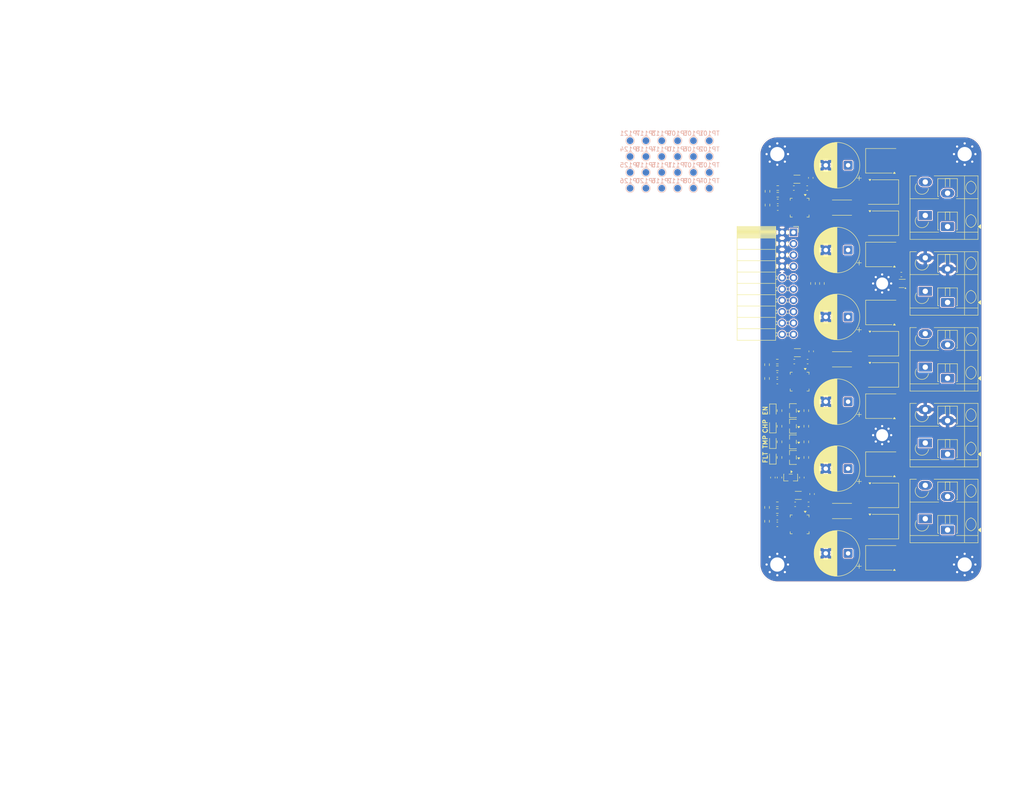
<source format=kicad_pcb>
(kicad_pcb (version 20241229) (generator "pcbnew") (generator_version "9.0")
  (title_block (title "Brushed DC Motor Driver") (date "2025-10-21") (rev "V3") (company "Learn Science and Math Club") (comment 1 "Geeks for Kids") (comment 2 "Designed for JLCPCB Manufacturing and Assembly"))
  (layers (0 "F.Cu" mixed "Front") (4 "In1.Cu" mixed) (6 "In2.Cu" mixed) (2 "B.Cu" mixed "Back") (13 "F.Paste" user) (15 "B.Paste" user) (5 "F.SilkS" user "F.Silkscreen") (7 "B.SilkS" user "B.Silkscreen") (1 "F.Mask" user) (3 "B.Mask" user) (25 "Edge.Cuts" user))
  (net 0 "")
  (net 1 "GND")
  (net 2 "+3.3V")
  (net 3 "/DC Motor Controller - Front Wheels/AVDD")
  (net 4 "/DC Motor Controller - Front Wheels/DVDD")
  (net 5 "/DC Motor Controller - Front Wheels/CPL")
  (net 6 "+BATT")
  (net 7 "/DC Motor Controller - Front Wheels/CPH")
  (net 8 "/DC Motor Controller - Front Wheels/VCP")
  (net 9 "/DC Motor Controller - Rear Wheels/AVDD")
  (net 10 "/DC Motor Controller - Rear Wheels/DVDD")
  (net 11 "/DC Motor Controller - Rear Wheels/CPL")
  (net 12 "/DC Motor Controller - Rear Wheels/CPH")
  (net 13 "/DC Motor Controller - Rear Wheels/VCP")
  (net 14 "/DC Motor Controller - Steering/AVDD")
  (net 15 "/DC Motor Controller - Steering/DVDD")
  (net 16 "/DC Motor Controller - Steering/CPH")
  (net 17 "/DC Motor Controller - Steering/CPL")
  (net 18 "/DC Motor Controller - Steering/VCP")
  (net 19 "/FRONT_MOTOR_PWM")
  (net 20 "/~{MOTOR_SLEEP}")
  (net 21 "/~{MOTOR_FAULT}")
  (net 22 "/FRONT_MOTOR_CSA_OUT")
  (net 23 "/FRONT_MOTOR_DIR")
  (net 24 "/REAR_MOTOR_CSA_OUT")
  (net 25 "/REAR_MOTOR_PWM")
  (net 26 "/TEMP_SCL")
  (net 27 "/REAR_MOTOR_DIR")
  (net 28 "/TEMP_SDA")
  (net 29 "/STEERING_MOTOR_DIR")
  (net 30 "/STEERING_MOTOR_PWM")
  (net 31 "/STEERING_MOTOR_CSA_OUT")
  (net 32 "/FRONT_MOTOR_OUT_B")
  (net 33 "/FRONT_MOTOR_OUT_A")
  (net 34 "/REAR_MOTOR_OUT_A")
  (net 35 "/REAR_MOTOR_OUT_B")
  (net 36 "/STEERING_MOTOR_OUT_B")
  (net 37 "/STEERING_MOTOR_OUT_A")
  (net 38 "/DC Motor Controller - Front Wheels/V_SENSE")
  (net 39 "/DC Motor Controller - Front Wheels/CURRENT_SENSE_P")
  (net 40 "/DC Motor Controller - Front Wheels/CURRENT_SENSE_N")
  (net 41 "/DC Motor Controller - Rear Wheels/CURRENT_SENSE_P")
  (net 42 "/DC Motor Controller - Rear Wheels/V_SENSE")
  (net 43 "/DC Motor Controller - Rear Wheels/CURRENT_SENSE_N")
  (net 44 "/DC Motor Controller - Steering/V_SENSE")
  (net 45 "/DC Motor Controller - Steering/CURRENT_SENSE_P")
  (net 46 "/DC Motor Controller - Steering/CURRENT_SENSE_N")
  (net 47 "/DC Motor Controller - Front Wheels/GH2")
  (net 48 "/DC Motor Controller - Front Wheels/GL2")
  (net 49 "/DC Motor Controller - Front Wheels/GH1")
  (net 50 "/DC Motor Controller - Front Wheels/GL1")
  (net 51 "/DC Motor Controller - Rear Wheels/GH2")
  (net 52 "/DC Motor Controller - Rear Wheels/GL2")
  (net 53 "/DC Motor Controller - Rear Wheels/GH1")
  (net 54 "/DC Motor Controller - Rear Wheels/GL1")
  (net 55 "/DC Motor Controller - Steering/GH2")
  (net 56 "/DC Motor Controller - Steering/GL2")
  (net 57 "/DC Motor Controller - Steering/GH1")
  (net 58 "/DC Motor Controller - Steering/GL1")
  (net 59 "/DC Motor Controller - Front Wheels/VREF")
  (net 60 "/DC Motor Controller - Front Wheels/IDRIVE")
  (net 61 "/DC Motor Controller - Rear Wheels/VREF")
  (net 62 "/DC Motor Controller - Rear Wheels/IDRIVE")
  (net 63 "/DC Motor Controller - Steering/VREF")
  (net 64 "/DC Motor Controller - Steering/IDRIVE")
  (net 65 "/~{TEMP_ALRT}")
  (net 66 "Net-(D101-A)")
  (net 67 "Net-(D102-A)")
  (net 68 "Net-(D103-A)")
  (net 69 "Net-(D104-K)")
  (net 70 "/~{MOTOR_CHOPPING}")
  (net 71 "Net-(Q104-D)")
  (net 72 "Net-(Q101-D)")
  (net 73 "Net-(Q102-D)")
  (net 74 "Net-(Q103-D)")
  (footprint "NetTie:NetTie-2_SMD_Pad0.5mm" (layer "F.Cu") (at 206.4 134 180)
    (property "Reference" "NT402" (hide yes))
    (property "Value" "NetTie_2" (hide yes))
    (fp_poly (pts (xy -0.5 -0.25) (xy 0.5 -0.25) (xy 0.5 0.25) (xy -0.5 0.25)) (fill yes) (layer "F.Cu"))
    (pad "1" smd circle (at -0.5 0 180) (size 0.5 0.5) (layers "F.Cu") (net 46 "/DC Motor Controller - Steering/CURRENT_SENSE_N"))
    (pad "2" smd circle (at 0.5 0 180) (size 0.5 0.5) (layers "F.Cu") (net 1 "GND"))
  )
  (footprint "Package_DFN_QFN:PQFN-8-EP_6x5mm_P1.27mm_Generic" (layer "F.Cu") (at 217.5 110.5 180)
    (property "Reference" "Q303" (hide yes))
    (property "Value" "MOT6142G")
    (pad "1" smd roundrect (at -2.725 -1.905 270) (size 0.7 1.15) (layers "F.Cu" "F.Mask" "F.Paste") (net 34 "/REAR_MOTOR_OUT_A"))
    (pad "2" smd roundrect (at -2.725 -0.635 270) (size 0.7 1.15) (layers "F.Cu" "F.Mask" "F.Paste") (net 34 "/REAR_MOTOR_OUT_A"))
    (pad "3" smd roundrect (at -2.725 0.635 270) (size 0.7 1.15) (layers "F.Cu" "F.Mask" "F.Paste") (net 34 "/REAR_MOTOR_OUT_A"))
    (pad "4" smd roundrect (at -2.725 1.905 270) (size 0.7 1.15) (layers "F.Cu" "F.Mask" "F.Paste") (net 53 "/DC Motor Controller - Rear Wheels/GH1"))
    (pad "5" smd custom (at 0 0 270) (size 4 2) (layers "F.Cu" "F.Mask") (net 6 "+BATT") (options (clearance outline) (anchor rect)) (primitives (gr_poly (pts (xy -2.35 3.5) (xy 2.35 3.5) (xy 2.35 2) (xy 2.1 2) (xy 2.1 -1.1) (xy -2.1 -1.1) (xy -2.1 2) (xy -2.35 2)) (width 0) (fill yes))))
  )
  (footprint "NetTie:NetTie-2_SMD_Pad0.5mm" (layer "F.Cu") (at 210.6 100 180)
    (property "Reference" "NT301" (hide yes))
    (property "Value" "NetTie_2" (hide yes))
    (fp_poly (pts (xy -0.5 -0.25) (xy 0.5 -0.25) (xy 0.5 0.25) (xy -0.5 0.25)) (fill yes) (layer "F.Cu"))
    (pad "1" smd circle (at -0.5 0 180) (size 0.5 0.5) (layers "F.Cu") (net 42 "/DC Motor Controller - Rear Wheels/V_SENSE"))
    (pad "2" smd circle (at 0.5 0 180) (size 0.5 0.5) (layers "F.Cu") (net 41 "/DC Motor Controller - Rear Wheels/CURRENT_SENSE_P"))
  )
  (footprint "MountingHole:MountingHole_3.2mm_M3_Pad_Via" (layer "F.Cu") (at 236 54)
    (property "Reference" "H102" (hide yes))
    (property "Value" "M3" (hide yes))
    (pad "1" thru_hole circle (at -2.4 0) (size 0.8 0.8) (drill 0.5) (layers "*.Cu" "*.Mask") (net 1 "GND"))
    (pad "1" thru_hole circle (at -1.697056 -1.697056) (size 0.8 0.8) (drill 0.5) (layers "*.Cu" "*.Mask") (net 1 "GND"))
    (pad "1" thru_hole circle (at -1.697056 1.697056) (size 0.8 0.8) (drill 0.5) (layers "*.Cu" "*.Mask") (net 1 "GND"))
    (pad "1" thru_hole circle (at 0 -2.4) (size 0.8 0.8) (drill 0.5) (layers "*.Cu" "*.Mask") (net 1 "GND"))
    (pad "1" thru_hole circle (at 0 0) (size 6.4 6.4) (drill 3.2) (layers "*.Cu" "*.Mask") (net 1 "GND"))
    (pad "1" thru_hole circle (at 0 2.4) (size 0.8 0.8) (drill 0.5) (layers "*.Cu" "*.Mask") (net 1 "GND"))
    (pad "1" thru_hole circle (at 1.697056 -1.697056) (size 0.8 0.8) (drill 0.5) (layers "*.Cu" "*.Mask") (net 1 "GND"))
    (pad "1" thru_hole circle (at 1.697056 1.697056) (size 0.8 0.8) (drill 0.5) (layers "*.Cu" "*.Mask") (net 1 "GND"))
    (pad "1" thru_hole circle (at 2.4 0) (size 0.8 0.8) (drill 0.5) (layers "*.Cu" "*.Mask") (net 1 "GND"))
  )
  (footprint "Resistor_SMD:R_0603_1608Metric" (layer "F.Cu") (at 191.7 136.3 -90)
    (property "Reference" "R405" (hide yes))
    (property "Value" "200kΩ")
    (pad "1" smd roundrect (at -0.825 0 270) (size 0.8 0.95) (layers "F.Cu" "F.Mask" "F.Paste") (net 64 "/DC Motor Controller - Steering/IDRIVE"))
    (pad "2" smd roundrect (at 0.825 0 270) (size 0.8 0.95) (layers "F.Cu" "F.Mask" "F.Paste") (net 1 "GND"))
  )
  (footprint "Resistor_SMD:R_0603_1608Metric" (layer "F.Cu") (at 191.7 101.2 -90)
    (property "Reference" "R302" (hide yes))
    (property "Value" "1kΩ")
    (pad "1" smd roundrect (at -0.825 0 270) (size 0.8 0.95) (layers "F.Cu" "F.Mask" "F.Paste") (net 61 "/DC Motor Controller - Rear Wheels/VREF"))
    (pad "2" smd roundrect (at 0.825 0 270) (size 0.8 0.95) (layers "F.Cu" "F.Mask" "F.Paste") (net 1 "GND"))
  )
  (footprint "TerminalBlock_WAGO:TerminalBlock_WAGO_804-302_1x02_P7.50mm_45Degree" (layer "F.Cu") (at 232.1675 104.25 90)
    (property "Reference" "J105" (hide yes))
    (property "Value" "WAGO")
    (pad "1" thru_hole roundrect (at 0 0 90) (size 2 3) (drill 1.2) (layers "*.Cu" "*.Mask") (roundrect_rratio 0.125) (net 34 "/REAR_MOTOR_OUT_A"))
    (pad "1" thru_hole rect (at 2.5 -5 90) (size 2 3) (drill 1.2) (layers "*.Cu" "*.Mask") (net 34 "/REAR_MOTOR_OUT_A"))
    (pad "2" thru_hole oval (at 7.5 0 90) (size 2 3) (drill 1.2) (layers "*.Cu" "*.Mask") (net 35 "/REAR_MOTOR_OUT_B"))
    (pad "2" thru_hole oval (at 10 -5 90) (size 2 3) (drill 1.2) (layers "*.Cu" "*.Mask") (net 35 "/REAR_MOTOR_OUT_B"))
  )
  (footprint "Capacitor_SMD:C_0603_1608Metric" (layer "F.Cu") (at 194 135.5)
    (property "Reference" "C401" (hide yes))
    (property "Value" "1uF")
    (pad "1" smd roundrect (at -0.775 0) (size 0.9 0.95) (layers "F.Cu" "F.Mask" "F.Paste") (net 1 "GND"))
    (pad "2" smd roundrect (at 0.775 0) (size 0.9 0.95) (layers "F.Cu" "F.Mask" "F.Paste") (net 14 "/DC Motor Controller - Steering/AVDD"))
  )
  (footprint "LED_SMD:LED_0603_1608Metric" (layer "F.Cu") (at 193 111.5 -90)
    (property "Reference" "D104" (hide yes))
    (property "Value" "GREEN")
    (pad "1" smd roundrect (at -0.7875 0 270) (size 0.875 0.95) (layers "F.Cu" "F.Mask" "F.Paste") (net 69 "Net-(D104-K)"))
    (pad "2" smd roundrect (at 0.7875 0 270) (size 0.875 0.95) (layers "F.Cu" "F.Mask" "F.Paste") (net 2 "+3.3V"))
  )
  (footprint "Resistor_SMD:R_0603_1608Metric" (layer "F.Cu") (at 194 132.5 180)
    (property "Reference" "R401" (hide yes))
    (property "Value" "4.7kΩ")
    (pad "1" smd roundrect (at -0.825 0 180) (size 0.8 0.95) (layers "F.Cu" "F.Mask" "F.Paste") (net 14 "/DC Motor Controller - Steering/AVDD"))
    (pad "2" smd roundrect (at 0.825 0 180) (size 0.8 0.95) (layers "F.Cu" "F.Mask" "F.Paste") (net 63 "/DC Motor Controller - Steering/VREF"))
  )
  (footprint "MountingHole:MountingHole_2.7mm_M2.5_Pad_Via" (layer "F.Cu") (at 217.5 117)
    (property "Reference" "H106" (hide yes))
    (property "Value" "M2.5" (hide yes))
    (pad "1" thru_hole circle (at -2.025 0) (size 0.8 0.8) (drill 0.5) (layers "*.Cu" "*.Mask") (net 1 "GND"))
    (pad "1" thru_hole circle (at -1.431891 -1.431891) (size 0.8 0.8) (drill 0.5) (layers "*.Cu" "*.Mask") (net 1 "GND"))
    (pad "1" thru_hole circle (at -1.431891 1.431891) (size 0.8 0.8) (drill 0.5) (layers "*.Cu" "*.Mask") (net 1 "GND"))
    (pad "1" thru_hole circle (at 0 -2.025) (size 0.8 0.8) (drill 0.5) (layers "*.Cu" "*.Mask") (net 1 "GND"))
    (pad "1" thru_hole circle (at 0 0) (size 5.4 5.4) (drill 2.7) (layers "*.Cu" "*.Mask") (net 1 "GND"))
    (pad "1" thru_hole circle (at 0 2.025) (size 0.8 0.8) (drill 0.5) (layers "*.Cu" "*.Mask") (net 1 "GND"))
    (pad "1" thru_hole circle (at 1.431891 -1.431891) (size 0.8 0.8) (drill 0.5) (layers "*.Cu" "*.Mask") (net 1 "GND"))
    (pad "1" thru_hole circle (at 1.431891 1.431891) (size 0.8 0.8) (drill 0.5) (layers "*.Cu" "*.Mask") (net 1 "GND"))
    (pad "1" thru_hole circle (at 2.025 0) (size 0.8 0.8) (drill 0.5) (layers "*.Cu" "*.Mask") (net 1 "GND"))
  )
  (footprint "Package_DFN_QFN:PQFN-8-EP_6x5mm_P1.27mm_Generic" (layer "F.Cu") (at 217.5 137.5)
    (property "Reference" "Q404" (hide yes))
    (property "Value" "MOT6142G")
    (pad "1" smd roundrect (at -2.725 -1.905 90) (size 0.7 1.15) (layers "F.Cu" "F.Mask" "F.Paste") (net 44 "/DC Motor Controller - Steering/V_SENSE"))
    (pad "2" smd roundrect (at -2.725 -0.635 90) (size 0.7 1.15) (layers "F.Cu" "F.Mask" "F.Paste") (net 44 "/DC Motor Controller - Steering/V_SENSE"))
    (pad "3" smd roundrect (at -2.725 0.635 90) (size 0.7 1.15) (layers "F.Cu" "F.Mask" "F.Paste") (net 44 "/DC Motor Controller - Steering/V_SENSE"))
    (pad "4" smd roundrect (at -2.725 1.905 90) (size 0.7 1.15) (layers "F.Cu" "F.Mask" "F.Paste") (net 58 "/DC Motor Controller - Steering/GL1"))
    (pad "5" smd custom (at 0 0 90) (size 4 2) (layers "F.Cu" "F.Mask") (net 37 "/STEERING_MOTOR_OUT_A") (options (clearance outline) (anchor rect)) (primitives (gr_poly (pts (xy -2.35 3.5) (xy 2.35 3.5) (xy 2.35 2) (xy 2.1 2) (xy 2.1 -1.1) (xy -2.1 -1.1) (xy -2.1 2) (xy -2.35 2)) (width 0) (fill yes))))
  )
  (footprint "Package_TO_SOT_SMD:SOT-23" (layer "F.Cu") (at 197.5 118.5 180)
    (property "Reference" "Q102" (hide yes))
    (property "Value" "AO3401A")
    (pad "1" smd roundrect (at -0.9375 -0.95 180) (size 1.475 0.6) (layers "F.Cu" "F.Mask" "F.Paste") (net 65 "/~{TEMP_ALRT}"))
    (pad "2" smd roundrect (at -0.9375 0.95 180) (size 1.475 0.6) (layers "F.Cu" "F.Mask" "F.Paste") (net 2 "+3.3V"))
    (pad "3" smd roundrect (at 0.9375 0 180) (size 1.475 0.6) (layers "F.Cu" "F.Mask" "F.Paste") (net 73 "Net-(Q102-D)"))
  )
  (footprint "Package_DFN_QFN:PQFN-8-EP_6x5mm_P1.27mm_Generic" (layer "F.Cu") (at 217.5 144.5 180)
    (property "Reference" "Q403" (hide yes))
    (property "Value" "MOT6142G")
    (pad "1" smd roundrect (at -2.725 -1.905 270) (size 0.7 1.15) (layers "F.Cu" "F.Mask" "F.Paste") (net 37 "/STEERING_MOTOR_OUT_A"))
    (pad "2" smd roundrect (at -2.725 -0.635 270) (size 0.7 1.15) (layers "F.Cu" "F.Mask" "F.Paste") (net 37 "/STEERING_MOTOR_OUT_A"))
    (pad "3" smd roundrect (at -2.725 0.635 270) (size 0.7 1.15) (layers "F.Cu" "F.Mask" "F.Paste") (net 37 "/STEERING_MOTOR_OUT_A"))
    (pad "4" smd roundrect (at -2.725 1.905 270) (size 0.7 1.15) (layers "F.Cu" "F.Mask" "F.Paste") (net 57 "/DC Motor Controller - Steering/GH1"))
    (pad "5" smd custom (at 0 0 270) (size 4 2) (layers "F.Cu" "F.Mask") (net 6 "+BATT") (options (clearance outline) (anchor rect)) (primitives (gr_poly (pts (xy -2.35 3.5) (xy 2.35 3.5) (xy 2.35 2) (xy 2.1 2) (xy 2.1 -1.1) (xy -2.1 -1.1) (xy -2.1 2) (xy -2.35 2)) (width 0) (fill yes))))
  )
  (footprint "Capacitor_SMD:C_0603_1608Metric" (layer "F.Cu") (at 201.5 59.325 90)
    (property "Reference" "C205" (hide yes))
    (property "Value" "0.1uF")
    (pad "1" smd roundrect (at -0.775 0 90) (size 0.9 0.95) (layers "F.Cu" "F.Mask" "F.Paste") (net 6 "+BATT"))
    (pad "2" smd roundrect (at 0.775 0 90) (size 0.9 0.95) (layers "F.Cu" "F.Mask" "F.Paste") (net 1 "GND"))
  )
  (footprint "Package_DFN_QFN:Texas_RGE0024H_VQFN-24-1EP_4x4mm_P0.5mm_EP2.7x2.7mm" (layer "F.Cu") (at 199 137 -90)
    (property "Reference" "U401" (hide yes))
    (property "Value" "DRV8701P")
    (pad "1" smd roundrect (at -1.9625 -1.25 270) (size 0.825 0.25) (layers "F.Cu" "F.Mask" "F.Paste") (net 6 "+BATT"))
    (pad "2" smd roundrect (at -1.9625 -0.75 270) (size 0.825 0.25) (layers "F.Cu" "F.Mask" "F.Paste") (net 18 "/DC Motor Controller - Steering/VCP"))
    (pad "3" smd roundrect (at -1.9625 -0.25 270) (size 0.825 0.25) (layers "F.Cu" "F.Mask" "F.Paste") (net 16 "/DC Motor Controller - Steering/CPH"))
    (pad "4" smd roundrect (at -1.9625 0.25 270) (size 0.825 0.25) (layers "F.Cu" "F.Mask" "F.Paste") (net 17 "/DC Motor Controller - Steering/CPL"))
    (pad "5" smd roundrect (at -1.9625 0.75 270) (size 0.825 0.25) (layers "F.Cu" "F.Mask" "F.Paste") (net 1 "GND"))
    (pad "6" smd roundrect (at -1.9625 1.25 270) (size 0.825 0.25) (layers "F.Cu" "F.Mask" "F.Paste") (net 63 "/DC Motor Controller - Steering/VREF"))
    (pad "7" smd roundrect (at -1.25 1.9625 270) (size 0.25 0.825) (layers "F.Cu" "F.Mask" "F.Paste") (net 14 "/DC Motor Controller - Steering/AVDD"))
    (pad "8" smd roundrect (at -0.75 1.9625 270) (size 0.25 0.825) (layers "F.Cu" "F.Mask" "F.Paste") (net 15 "/DC Motor Controller - Steering/DVDD"))
    (pad "9" smd roundrect (at -0.25 1.9625 270) (size 0.25 0.825) (layers "F.Cu" "F.Mask" "F.Paste") (net 21 "/~{MOTOR_FAULT}"))
    (pad "10" smd roundrect (at 0.25 1.9625 270) (size 0.25 0.825) (layers "F.Cu" "F.Mask" "F.Paste") (net 70 "/~{MOTOR_CHOPPING}"))
    (pad "11" smd roundrect (at 0.75 1.9625 270) (size 0.25 0.825) (layers "F.Cu" "F.Mask" "F.Paste") (net 31 "/STEERING_MOTOR_CSA_OUT"))
    (pad "12" smd roundrect (at 1.25 1.9625 270) (size 0.25 0.825) (layers "F.Cu" "F.Mask" "F.Paste") (net 64 "/DC Motor Controller - Steering/IDRIVE"))
    (pad "13" smd roundrect (at 1.9625 1.25 270) (size 0.825 0.25) (layers "F.Cu" "F.Mask" "F.Paste") (net 20 "/~{MOTOR_SLEEP}"))
    (pad "14" smd roundrect (at 1.9625 0.75 270) (size 0.825 0.25) (layers "F.Cu" "F.Mask" "F.Paste") (net 30 "/STEERING_MOTOR_PWM"))
    (pad "15" smd roundrect (at 1.9625 0.25 270) (size 0.825 0.25) (layers "F.Cu" "F.Mask" "F.Paste") (net 29 "/STEERING_MOTOR_DIR"))
    (pad "16" smd roundrect (at 1.9625 -0.25 270) (size 0.825 0.25) (layers "F.Cu" "F.Mask" "F.Paste") (net 1 "GND"))
    (pad "17" smd roundrect (at 1.9625 -0.75 270) (size 0.825 0.25) (layers "F.Cu" "F.Mask" "F.Paste") (net 57 "/DC Motor Controller - Steering/GH1"))
    (pad "18" smd roundrect (at 1.9625 -1.25 270) (size 0.825 0.25) (layers "F.Cu" "F.Mask" "F.Paste") (net 37 "/STEERING_MOTOR_OUT_A"))
    (pad "19" smd roundrect (at 1.25 -1.9625 270) (size 0.25 0.825) (layers "F.Cu" "F.Mask" "F.Paste") (net 58 "/DC Motor Controller - Steering/GL1"))
    (pad "20" smd roundrect (at 0.75 -1.9625 270) (size 0.25 0.825) (layers "F.Cu" "F.Mask" "F.Paste") (net 46 "/DC Motor Controller - Steering/CURRENT_SENSE_N"))
    (pad "21" smd roundrect (at 0.25 -1.9625 270) (size 0.25 0.825) (layers "F.Cu" "F.Mask" "F.Paste") (net 45 "/DC Motor Controller - Steering/CURRENT_SENSE_P"))
    (pad "22" smd roundrect (at -0.25 -1.9625 270) (size 0.25 0.825) (layers "F.Cu" "F.Mask" "F.Paste") (net 56 "/DC Motor Controller - Steering/GL2"))
    (pad "23" smd roundrect (at -0.75 -1.9625 270) (size 0.25 0.825) (layers "F.Cu" "F.Mask" "F.Paste") (net 36 "/STEERING_MOTOR_OUT_B"))
    (pad "24" smd roundrect (at -1.25 -1.9625 270) (size 0.25 0.825) (layers "F.Cu" "F.Mask" "F.Paste") (net 55 "/DC Motor Controller - Steering/GH2"))
    (pad "25" smd rect (at 0 0 270) (size 2.7 2.7) (property pad_prop_heatsink) (layers "F.Cu" "F.Mask") (net 1 "GND"))
  )
  (footprint "Package_DFN_QFN:PQFN-8-EP_6x5mm_P1.27mm_Generic" (layer "F.Cu") (at 217.5 55.5 180)
    (property "Reference" "Q201" (hide yes))
    (property "Value" "MOT6142G")
    (pad "1" smd roundrect (at -2.725 -1.905 270) (size 0.7 1.15) (layers "F.Cu" "F.Mask" "F.Paste") (net 32 "/FRONT_MOTOR_OUT_B"))
    (pad "2" smd roundrect (at -2.725 -0.635 270) (size 0.7 1.15) (layers "F.Cu" "F.Mask" "F.Paste") (net 32 "/FRONT_MOTOR_OUT_B"))
    (pad "3" smd roundrect (at -2.725 0.635 270) (size 0.7 1.15) (layers "F.Cu" "F.Mask" "F.Paste") (net 32 "/FRONT_MOTOR_OUT_B"))
    (pad "4" smd roundrect (at -2.725 1.905 270) (size 0.7 1.15) (layers "F.Cu" "F.Mask" "F.Paste") (net 47 "/DC Motor Controller - Front Wheels/GH2"))
    (pad "5" smd custom (at 0 0 270) (size 4 2) (layers "F.Cu" "F.Mask") (net 6 "+BATT") (options (clearance outline) (anchor rect)) (primitives (gr_poly (pts (xy -2.35 3.5) (xy 2.35 3.5) (xy 2.35 2) (xy 2.1 2) (xy 2.1 -1.1) (xy -2.1 -1.1) (xy -2.1 2) (xy -2.35 2)) (width 0) (fill yes))))
  )
  (footprint "Package_TO_SOT_SMD:SOT-23" (layer "F.Cu") (at 197.5 115 180)
    (property "Reference" "Q101" (hide yes))
    (property "Value" "AO3401A")
    (pad "1" smd roundrect (at -0.9375 -0.95 180) (size 1.475 0.6) (layers "F.Cu" "F.Mask" "F.Paste") (net 70 "/~{MOTOR_CHOPPING}"))
    (pad "2" smd roundrect (at -0.9375 0.95 180) (size 1.475 0.6) (layers "F.Cu" "F.Mask" "F.Paste") (net 2 "+3.3V"))
    (pad "3" smd roundrect (at 0.9375 0 180) (size 1.475 0.6) (layers "F.Cu" "F.Mask" "F.Paste") (net 72 "Net-(Q101-D)"))
  )
  (footprint "Resistor_SMD:R_0603_1608Metric" (layer "F.Cu") (at 194.5 118.5 90)
    (property "Reference" "R109" (hide yes))
    (property "Value" "4.7kΩ")
    (pad "1" smd roundrect (at -0.825 0 90) (size 0.8 0.95) (layers "F.Cu" "F.Mask" "F.Paste") (net 73 "Net-(Q102-D)"))
    (pad "2" smd roundrect (at 0.825 0 90) (size 0.8 0.95) (layers "F.Cu" "F.Mask" "F.Paste") (net 67 "Net-(D102-A)"))
  )
  (footprint "Capacitor_SMD:C_1206_3216Metric" (layer "F.Cu") (at 198.7 130.5)
    (property "Reference" "C404" (hide yes))
    (property "Value" "10uF")
    (pad "1" smd roundrect (at -1.475 0) (size 1.15 1.8) (layers "F.Cu" "F.Mask" "F.Paste") (roundrect_rratio 0.217391) (net 1 "GND"))
    (pad "2" smd roundrect (at 1.475 0) (size 1.15 1.8) (layers "F.Cu" "F.Mask" "F.Paste") (roundrect_rratio 0.217391) (net 6 "+BATT"))
  )
  (footprint "MountingHole:MountingHole_3.2mm_M3_Pad_Via" (layer "F.Cu") (at 236 146)
    (property "Reference" "H103" (hide yes))
    (property "Value" "M3" (hide yes))
    (pad "1" thru_hole circle (at -2.4 0) (size 0.8 0.8) (drill 0.5) (layers "*.Cu" "*.Mask") (net 1 "GND"))
    (pad "1" thru_hole circle (at -1.697056 -1.697056) (size 0.8 0.8) (drill 0.5) (layers "*.Cu" "*.Mask") (net 1 "GND"))
    (pad "1" thru_hole circle (at -1.697056 1.697056) (size 0.8 0.8) (drill 0.5) (layers "*.Cu" "*.Mask") (net 1 "GND"))
    (pad "1" thru_hole circle (at 0 -2.4) (size 0.8 0.8) (drill 0.5) (layers "*.Cu" "*.Mask") (net 1 "GND"))
    (pad "1" thru_hole circle (at 0 0) (size 6.4 6.4) (drill 3.2) (layers "*.Cu" "*.Mask") (net 1 "GND"))
    (pad "1" thru_hole circle (at 0 2.4) (size 0.8 0.8) (drill 0.5) (layers "*.Cu" "*.Mask") (net 1 "GND"))
    (pad "1" thru_hole circle (at 1.697056 -1.697056) (size 0.8 0.8) (drill 0.5) (layers "*.Cu" "*.Mask") (net 1 "GND"))
    (pad "1" thru_hole circle (at 1.697056 1.697056) (size 0.8 0.8) (drill 0.5) (layers "*.Cu" "*.Mask") (net 1 "GND"))
    (pad "1" thru_hole circle (at 2.4 0) (size 0.8 0.8) (drill 0.5) (layers "*.Cu" "*.Mask") (net 1 "GND"))
  )
  (footprint "Resistor_SMD:R_0603_1608Metric" (layer "F.Cu") (at 194.1 63.1125 180)
    (property "Reference" "R204" (hide yes))
    (property "Value" "4.7kΩ")
    (pad "1" smd roundrect (at -0.825 0 180) (size 0.8 0.95) (layers "F.Cu" "F.Mask" "F.Paste") (net 3 "/DC Motor Controller - Front Wheels/AVDD"))
    (pad "2" smd roundrect (at 0.825 0 180) (size 0.8 0.95) (layers "F.Cu" "F.Mask" "F.Paste") (net 60 "/DC Motor Controller - Front Wheels/IDRIVE"))
  )
  (footprint "Capacitor_SMD:C_0603_1608Metric" (layer "F.Cu") (at 201.6 98.2125 90)
    (property "Reference" "C305" (hide yes))
    (property "Value" "0.1uF")
    (pad "1" smd roundrect (at -0.775 0 90) (size 0.9 0.95) (layers "F.Cu" "F.Mask" "F.Paste") (net 6 "+BATT"))
    (pad "2" smd roundrect (at 0.775 0 90) (size 0.9 0.95) (layers "F.Cu" "F.Mask" "F.Paste") (net 1 "GND"))
  )
  (footprint "Resistor_SMD:R_2512_6332Metric" (layer "F.Cu") (at 208.5 134 180)
    (property "Reference" "R406" (hide yes))
    (property "Value" "1mΩ")
    (pad "1" smd roundrect (at -2.9625 0 180) (size 1.225 3.35) (layers "F.Cu" "F.Mask" "F.Paste") (roundrect_rratio 0.204082) (net 44 "/DC Motor Controller - Steering/V_SENSE"))
    (pad "2" smd roundrect (at 2.9625 0 180) (size 1.225 3.35) (layers "F.Cu" "F.Mask" "F.Paste") (roundrect_rratio 0.204082) (net 1 "GND"))
  )
  (footprint "Resistor_SMD:R_0603_1608Metric" (layer "F.Cu") (at 200.5 111.5 -90)
    (property "Reference" "R112" (hide yes))
    (property "Value" "4.7kΩ")
    (pad "1" smd roundrect (at -0.825 0 270) (size 0.8 0.95) (layers "F.Cu" "F.Mask" "F.Paste") (net 2 "+3.3V"))
    (pad "2" smd roundrect (at 0.825 0 270) (size 0.8 0.95) (layers "F.Cu" "F.Mask" "F.Paste") (net 20 "/~{MOTOR_SLEEP}"))
  )
  (footprint "Package_DFN_QFN:PQFN-8-EP_6x5mm_P1.27mm_Generic" (layer "F.Cu") (at 217.5 96.5)
    (property "Reference" "Q302" (hide yes))
    (property "Value" "MOT6142G")
    (pad "1" smd roundrect (at -2.725 -1.905 90) (size 0.7 1.15) (layers "F.Cu" "F.Mask" "F.Paste") (net 42 "/DC Motor Controller - Rear Wheels/V_SENSE"))
    (pad "2" smd roundrect (at -2.725 -0.635 90) (size 0.7 1.15) (layers "F.Cu" "F.Mask" "F.Paste") (net 42 "/DC Motor Controller - Rear Wheels/V_SENSE"))
    (pad "3" smd roundrect (at -2.725 0.635 90) (size 0.7 1.15) (layers "F.Cu" "F.Mask" "F.Paste") (net 42 "/DC Motor Controller - Rear Wheels/V_SENSE"))
    (pad "4" smd roundrect (at -2.725 1.905 90) (size 0.7 1.15) (layers "F.Cu" "F.Mask" "F.Paste") (net 52 "/DC Motor Controller - Rear Wheels/GL2"))
    (pad "5" smd custom (at 0 0 90) (size 4 2) (layers "F.Cu" "F.Mask") (net 35 "/REAR_MOTOR_OUT_B") (options (clearance outline) (anchor rect)) (primitives (gr_poly (pts (xy -2.35 3.5) (xy 2.35 3.5) (xy 2.35 2) (xy 2.1 2) (xy 2.1 -1.1) (xy -2.1 -1.1) (xy -2.1 2) (xy -2.35 2)) (width 0) (fill yes))))
  )
  (footprint "NetTie:NetTie-2_SMD_Pad0.5mm" (layer "F.Cu") (at 210.6 134 180)
    (property "Reference" "NT401" (hide yes))
    (property "Value" "NetTie_2" (hide yes))
    (fp_poly (pts (xy -0.5 -0.25) (xy 0.5 -0.25) (xy 0.5 0.25) (xy -0.5 0.25)) (fill yes) (layer "F.Cu"))
    (pad "1" smd circle (at -0.5 0 180) (size 0.5 0.5) (layers "F.Cu") (net 44 "/DC Motor Controller - Steering/V_SENSE"))
    (pad "2" smd circle (at 0.5 0 180) (size 0.5 0.5) (layers "F.Cu") (net 45 "/DC Motor Controller - Steering/CURRENT_SENSE_P"))
  )
  (footprint "Capacitor_SMD:C_0603_1608Metric" (layer "F.Cu") (at 201.8 130.2 90)
    (property "Reference" "C405" (hide yes))
    (property "Value" "0.1uF")
    (pad "1" smd roundrect (at -0.775 0 90) (size 0.9 0.95) (layers "F.Cu" "F.Mask" "F.Paste") (net 6 "+BATT"))
    (pad "2" smd roundrect (at 0.775 0 90) (size 0.9 0.95) (layers "F.Cu" "F.Mask" "F.Paste") (net 1 "GND"))
  )
  (footprint "Capacitor_SMD:C_0603_1608Metric" (layer "F.Cu") (at 194.1 66.1125)
    (property "Reference" "C202" (hide yes))
    (property "Value" "1uF")
    (pad "1" smd roundrect (at -0.775 0) (size 0.9 0.95) (layers "F.Cu" "F.Mask" "F.Paste") (net 1 "GND"))
    (pad "2" smd roundrect (at 0.775 0) (size 0.9 0.95) (layers "F.Cu" "F.Mask" "F.Paste") (net 4 "/DC Motor Controller - Front Wheels/DVDD"))
  )
  (footprint "Package_DFN_QFN:PQFN-8-EP_6x5mm_P1.27mm_Generic" (layer "F.Cu") (at 217.5 69.5)
    (property "Reference" "Q204" (hide yes))
    (property "Value" "MOT6142G")
    (pad "1" smd roundrect (at -2.725 -1.905 90) (size 0.7 1.15) (layers "F.Cu" "F.Mask" "F.Paste") (net 38 "/DC Motor Controller - Front Wheels/V_SENSE"))
    (pad "2" smd roundrect (at -2.725 -0.635 90) (size 0.7 1.15) (layers "F.Cu" "F.Mask" "F.Paste") (net 38 "/DC Motor Controller - Front Wheels/V_SENSE"))
    (pad "3" smd roundrect (at -2.725 0.635 90) (size 0.7 1.15) (layers "F.Cu" "F.Mask" "F.Paste") (net 38 "/DC Motor Controller - Front Wheels/V_SENSE"))
    (pad "4" smd roundrect (at -2.725 1.905 90) (size 0.7 1.15) (layers "F.Cu" "F.Mask" "F.Paste") (net 50 "/DC Motor Controller - Front Wheels/GL1"))
    (pad "5" smd custom (at 0 0 90) (size 4 2) (layers "F.Cu" "F.Mask") (net 33 "/FRONT_MOTOR_OUT_A") (options (clearance outline) (anchor rect)) (primitives (gr_poly (pts (xy -2.35 3.5) (xy 2.35 3.5) (xy 2.35 2) (xy 2.1 2) (xy 2.1 -1.1) (xy -2.1 -1.1) (xy -2.1 2) (xy -2.35 2)) (width 0) (fill yes))))
  )
  (footprint "Resistor_SMD:R_0603_1608Metric" (layer "F.Cu") (at 204 83 -90)
    (property "Reference" "R102" (hide yes))
    (property "Value" "4.7kΩ")
    (pad "1" smd roundrect (at -0.825 0 270) (size 0.8 0.95) (layers "F.Cu" "F.Mask" "F.Paste") (net 2 "+3.3V"))
    (pad "2" smd roundrect (at 0.825 0 270) (size 0.8 0.95) (layers "F.Cu" "F.Mask" "F.Paste") (net 28 "/TEMP_SDA"))
  )
  (footprint "Package_DFN_QFN:Texas_RGE0024H_VQFN-24-1EP_4x4mm_P0.5mm_EP2.7x2.7mm" (layer "F.Cu") (at 199 105 -90)
    (property "Reference" "U301" (hide yes))
    (property "Value" "DRV8701P")
    (pad "1" smd roundrect (at -1.9625 -1.25 270) (size 0.825 0.25) (layers "F.Cu" "F.Mask" "F.Paste") (net 6 "+BATT"))
    (pad "2" smd roundrect (at -1.9625 -0.75 270) (size 0.825 0.25) (layers "F.Cu" "F.Mask" "F.Paste") (net 13 "/DC Motor Controller - Rear Wheels/VCP"))
    (pad "3" smd roundrect (at -1.9625 -0.25 270) (size 0.825 0.25) (layers "F.Cu" "F.Mask" "F.Paste") (net 12 "/DC Motor Controller - Rear Wheels/CPH"))
    (pad "4" smd roundrect (at -1.9625 0.25 270) (size 0.825 0.25) (layers "F.Cu" "F.Mask" "F.Paste") (net 11 "/DC Motor Controller - Rear Wheels/CPL"))
    (pad "5" smd roundrect (at -1.9625 0.75 270) (size 0.825 0.25) (layers "F.Cu" "F.Mask" "F.Paste") (net 1 "GND"))
    (pad "6" smd roundrect (at -1.9625 1.25 270) (size 0.825 0.25) (layers "F.Cu" "F.Mask" "F.Paste") (net 61 "/DC Motor Controller - Rear Wheels/VREF"))
    (pad "7" smd roundrect (at -1.25 1.9625 270) (size 0.25 0.825) (layers "F.Cu" "F.Mask" "F.Paste") (net 9 "/DC Motor Controller - Rear Wheels/AVDD"))
    (pad "8" smd roundrect (at -0.75 1.9625 270) (size 0.25 0.825) (layers "F.Cu" "F.Mask" "F.Paste") (net 10 "/DC Motor Controller - Rear Wheels/DVDD"))
    (pad "9" smd roundrect (at -0.25 1.9625 270) (size 0.25 0.825) (layers "F.Cu" "F.Mask" "F.Paste") (net 21 "/~{MOTOR_FAULT}"))
    (pad "10" smd roundrect (at 0.25 1.9625 270) (size 0.25 0.825) (layers "F.Cu" "F.Mask" "F.Paste") (net 70 "/~{MOTOR_CHOPPING}"))
    (pad "11" smd roundrect (at 0.75 1.9625 270) (size 0.25 0.825) (layers "F.Cu" "F.Mask" "F.Paste") (net 24 "/REAR_MOTOR_CSA_OUT"))
    (pad "12" smd roundrect (at 1.25 1.9625 270) (size 0.25 0.825) (layers "F.Cu" "F.Mask" "F.Paste") (net 62 "/DC Motor Controller - Rear Wheels/IDRIVE"))
    (pad "13" smd roundrect (at 1.9625 1.25 270) (size 0.825 0.25) (layers "F.Cu" "F.Mask" "F.Paste") (net 20 "/~{MOTOR_SLEEP}"))
    (pad "14" smd roundrect (at 1.9625 0.75 270) (size 0.825 0.25) (layers "F.Cu" "F.Mask" "F.Paste") (net 25 "/REAR_MOTOR_PWM"))
    (pad "15" smd roundrect (at 1.9625 0.25 270) (size 0.825 0.25) (layers "F.Cu" "F.Mask" "F.Paste") (net 27 "/REAR_MOTOR_DIR"))
    (pad "16" smd roundrect (at 1.9625 -0.25 270) (size 0.825 0.25) (layers "F.Cu" "F.Mask" "F.Paste") (net 1 "GND"))
    (pad "17" smd roundrect (at 1.9625 -0.75 270) (size 0.825 0.25) (layers "F.Cu" "F.Mask" "F.Paste") (net 53 "/DC Motor Controller - Rear Wheels/GH1"))
    (pad "18" smd roundrect (at 1.9625 -1.25 270) (size 0.825 0.25) (layers "F.Cu" "F.Mask" "F.Paste") (net 34 "/REAR_MOTOR_OUT_A"))
    (pad "19" smd roundrect (at 1.25 -1.9625 270) (size 0.25 0.825) (layers "F.Cu" "F.Mask" "F.Paste") (net 54 "/DC Motor Controller - Rear Wheels/GL1"))
    (pad "20" smd roundrect (at 0.75 -1.9625 270) (size 0.25 0.825) (layers "F.Cu" "F.Mask" "F.Paste") (net 43 "/DC Motor Controller - Rear Wheels/CURRENT_SENSE_N"))
    (pad "21" smd roundrect (at 0.25 -1.9625 270) (size 0.25 0.825) (layers "F.Cu" "F.Mask" "F.Paste") (net 41 "/DC Motor Controller - Rear Wheels/CURRENT_SENSE_P"))
    (pad "22" smd roundrect (at -0.25 -1.9625 270) (size 0.25 0.825) (layers "F.Cu" "F.Mask" "F.Paste") (net 52 "/DC Motor Controller - Rear Wheels/GL2"))
    (pad "23" smd roundrect (at -0.75 -1.9625 270) (size 0.25 0.825) (layers "F.Cu" "F.Mask" "F.Paste") (net 35 "/REAR_MOTOR_OUT_B"))
    (pad "24" smd roundrect (at -1.25 -1.9625 270) (size 0.25 0.825) (layers "F.Cu" "F.Mask" "F.Paste") (net 51 "/DC Motor Controller - Rear Wheels/GH2"))
    (pad "25" smd rect (at 0 0 270) (size 2.7 2.7) (property pad_prop_heatsink) (layers "F.Cu" "F.Mask") (net 1 "GND"))
  )
  (footprint "Capacitor_SMD:C_0603_1608Metric" (layer "F.Cu") (at 194.5 126.5 90)
    (property "Reference" "C102" (hide yes))
    (property "Value" "1uF")
    (pad "1" smd roundrect (at -0.775 0 90) (size 0.9 0.95) (layers "F.Cu" "F.Mask" "F.Paste") (net 1 "GND"))
    (pad "2" smd roundrect (at 0.775 0 90) (size 0.9 0.95) (layers "F.Cu" "F.Mask" "F.Paste") (net 2 "+3.3V"))
  )
  (footprint "Package_DFN_QFN:PQFN-8-EP_6x5mm_P1.27mm_Generic" (layer "F.Cu") (at 217.5 62.5)
    (property "Reference" "Q202" (hide yes))
    (property "Value" "MOT6142G")
    (pad "1" smd roundrect (at -2.725 -1.905 90) (size 0.7 1.15) (layers "F.Cu" "F.Mask" "F.Paste") (net 38 "/DC Motor Controller - Front Wheels/V_SENSE"))
    (pad "2" smd roundrect (at -2.725 -0.635 90) (size 0.7 1.15) (layers "F.Cu" "F.Mask" "F.Paste") (net 38 "/DC Motor Controller - Front Wheels/V_SENSE"))
    (pad "3" smd roundrect (at -2.725 0.635 90) (size 0.7 1.15) (layers "F.Cu" "F.Mask" "F.Paste") (net 38 "/DC Motor Controller - Front Wheels/V_SENSE"))
    (pad "4" smd roundrect (at -2.725 1.905 90) (size 0.7 1.15) (layers "F.Cu" "F.Mask" "F.Paste") (net 48 "/DC Motor Controller - Front Wheels/GL2"))
    (pad "5" smd custom (at 0 0 90) (size 4 2) (layers "F.Cu" "F.Mask") (net 32 "/FRONT_MOTOR_OUT_B") (options (clearance outline) (anchor rect)) (primitives (gr_poly (pts (xy -2.35 3.5) (xy 2.35 3.5) (xy 2.35 2) (xy 2.1 2) (xy 2.1 -1.1) (xy -2.1 -1.1) (xy -2.1 2) (xy -2.35 2)) (width 0) (fill yes))))
  )
  (footprint "Resistor_SMD:R_0603_1608Metric" (layer "F.Cu") (at 191.7 133.2 -90)
    (property "Reference" "R402" (hide yes))
    (property "Value" "1kΩ")
    (pad "1" smd roundrect (at -0.825 0 270) (size 0.8 0.95) (layers "F.Cu" "F.Mask" "F.Paste") (net 63 "/DC Motor Controller - Steering/VREF"))
    (pad "2" smd roundrect (at 0.825 0 270) (size 0.8 0.95) (layers "F.Cu" "F.Mask" "F.Paste") (net 1 "GND"))
  )
  (footprint "Fiducial:Fiducial_1mm_Mask2mm" (layer "F.Cu") (at 230 148)
    (property "Reference" "FID103" (hide yes))
    (property "Value" "1mm/2mm" (hide yes))
    (pad "" smd circle (at 0 0) (size 1 1) (layers "F.Cu" "F.Mask") (clearance 0.6))
  )
  (footprint "Resistor_SMD:R_0603_1608Metric" (layer "F.Cu") (at 194 100.5125 180)
    (property "Reference" "R301" (hide yes))
    (property "Value" "4.7kΩ")
    (pad "1" smd roundrect (at -0.825 0 180) (size 0.8 0.95) (layers "F.Cu" "F.Mask" "F.Paste") (net 9 "/DC Motor Controller - Rear Wheels/AVDD"))
    (pad "2" smd roundrect (at 0.825 0 180) (size 0.8 0.95) (layers "F.Cu" "F.Mask" "F.Paste") (net 61 "/DC Motor Controller - Rear Wheels/VREF"))
  )
  (footprint "Package_DFN_QFN:PQFN-8-EP_6x5mm_P1.27mm_Generic" (layer "F.Cu") (at 217.5 123.5 180)
    (property "Reference" "Q401" (hide yes))
    (property "Value" "MOT6142G")
    (pad "1" smd roundrect (at -2.725 -1.905 270) (size 0.7 1.15) (layers "F.Cu" "F.Mask" "F.Paste") (net 36 "/STEERING_MOTOR_OUT_B"))
    (pad "2" smd roundrect (at -2.725 -0.635 270) (size 0.7 1.15) (layers "F.Cu" "F.Mask" "F.Paste") (net 36 "/STEERING_MOTOR_OUT_B"))
    (pad "3" smd roundrect (at -2.725 0.635 270) (size 0.7 1.15) (layers "F.Cu" "F.Mask" "F.Paste") (net 36 "/STEERING_MOTOR_OUT_B"))
    (pad "4" smd roundrect (at -2.725 1.905 270) (size 0.7 1.15) (layers "F.Cu" "F.Mask" "F.Paste") (net 55 "/DC Motor Controller - Steering/GH2"))
    (pad "5" smd custom (at 0 0 270) (size 4 2) (layers "F.Cu" "F.Mask") (net 6 "+BATT") (options (clearance outline) (anchor rect)) (primitives (gr_poly (pts (xy -2.35 3.5) (xy 2.35 3.5) (xy 2.35 2) (xy 2.1 2) (xy 2.1 -1.1) (xy -2.1 -1.1) (xy -2.1 2) (xy -2.35 2)) (width 0) (fill yes))))
  )
  (footprint "Capacitor_SMD:C_0603_1608Metric" (layer "F.Cu") (at 194 103.5)
    (property "Reference" "C301" (hide yes))
    (property "Value" "1uF")
    (pad "1" smd roundrect (at -0.775 0) (size 0.9 0.95) (layers "F.Cu" "F.Mask" "F.Paste") (net 1 "GND"))
    (pad "2" smd roundrect (at 0.775 0) (size 0.9 0.95) (layers "F.Cu" "F.Mask" "F.Paste") (net 9 "/DC Motor Controller - Rear Wheels/AVDD"))
  )
  (footprint "Resistor_SMD:R_2512_6332Metric" (layer "F.Cu") (at 208.5 66 180)
    (property "Reference" "R206" (hide yes))
    (property "Value" "1mΩ")
    (pad "1" smd roundrect (at -2.9625 0 180) (size 1.225 3.35) (layers "F.Cu" "F.Mask" "F.Paste") (roundrect_rratio 0.204082) (net 38 "/DC Motor Controller - Front Wheels/V_SENSE"))
    (pad "2" smd roundrect (at 2.9625 0 180) (size 1.225 3.35) (layers "F.Cu" "F.Mask" "F.Paste") (roundrect_rratio 0.204082) (net 1 "GND"))
  )
  (footprint "MountingHole:MountingHole_2.7mm_M2.5_Pad_Via" (layer "F.Cu") (at 217.5 83)
    (property "Reference" "H105" (hide yes))
    (property "Value" "M2.5" (hide yes))
    (pad "1" thru_hole circle (at -2.025 0) (size 0.8 0.8) (drill 0.5) (layers "*.Cu" "*.Mask") (net 1 "GND"))
    (pad "1" thru_hole circle (at -1.431891 -1.431891) (size 0.8 0.8) (drill 0.5) (layers "*.Cu" "*.Mask") (net 1 "GND"))
    (pad "1" thru_hole circle (at -1.431891 1.431891) (size 0.8 0.8) (drill 0.5) (layers "*.Cu" "*.Mask") (net 1 "GND"))
    (pad "1" thru_hole circle (at 0 -2.025) (size 0.8 0.8) (drill 0.5) (layers "*.Cu" "*.Mask") (net 1 "GND"))
    (pad "1" thru_hole circle (at 0 0) (size 5.4 5.4) (drill 2.7) (layers "*.Cu" "*.Mask") (net 1 "GND"))
    (pad "1" thru_hole circle (at 0 2.025) (size 0.8 0.8) (drill 0.5) (layers "*.Cu" "*.Mask") (net 1 "GND"))
    (pad "1" thru_hole circle (at 1.431891 -1.431891) (size 0.8 0.8) (drill 0.5) (layers "*.Cu" "*.Mask") (net 1 "GND"))
    (pad "1" thru_hole circle (at 1.431891 1.431891) (size 0.8 0.8) (drill 0.5) (layers "*.Cu" "*.Mask") (net 1 "GND"))
    (pad "1" thru_hole circle (at 2.025 0) (size 0.8 0.8) (drill 0.5) (layers "*.Cu" "*.Mask") (net 1 "GND"))
  )
  (footprint "Package_TO_SOT_SMD:SOT-23" (layer "F.Cu") (at 197.5 111.5 180)
    (property "Reference" "Q104" (hide yes))
    (property "Value" "AO3400A")
    (pad "1" smd roundrect (at -0.9375 -0.95 180) (size 1.475 0.6) (layers "F.Cu" "F.Mask" "F.Paste") (net 20 "/~{MOTOR_SLEEP}"))
    (pad "2" smd roundrect (at -0.9375 0.95 180) (size 1.475 0.6) (layers "F.Cu" "F.Mask" "F.Paste") (net 1 "GND"))
    (pad "3" smd roundrect (at 0.9375 0 180) (size 1.475 0.6) (layers "F.Cu" "F.Mask" "F.Paste") (net 71 "Net-(Q104-D)"))
  )
  (footprint "Package_DFN_QFN:PQFN-8-EP_6x5mm_P1.27mm_Generic" (layer "F.Cu") (at 217.5 76.5 180)
    (property "Reference" "Q203" (hide yes))
    (property "Value" "MOT6142G")
    (pad "1" smd roundrect (at -2.725 -1.905 270) (size 0.7 1.15) (layers "F.Cu" "F.Mask" "F.Paste") (net 33 "/FRONT_MOTOR_OUT_A"))
    (pad "2" smd roundrect (at -2.725 -0.635 270) (size 0.7 1.15) (layers "F.Cu" "F.Mask" "F.Paste") (net 33 "/FRONT_MOTOR_OUT_A"))
    (pad "3" smd roundrect (at -2.725 0.635 270) (size 0.7 1.15) (layers "F.Cu" "F.Mask" "F.Paste") (net 33 "/FRONT_MOTOR_OUT_A"))
    (pad "4" smd roundrect (at -2.725 1.905 270) (size 0.7 1.15) (layers "F.Cu" "F.Mask" "F.Paste") (net 49 "/DC Motor Controller - Front Wheels/GH1"))
    (pad "5" smd custom (at 0 0 270) (size 4 2) (layers "F.Cu" "F.Mask") (net 6 "+BATT") (options (clearance outline) (anchor rect)) (primitives (gr_poly (pts (xy -2.35 3.5) (xy 2.35 3.5) (xy 2.35 2) (xy 2.1 2) (xy 2.1 -1.1) (xy -2.1 -1.1) (xy -2.1 2) (xy -2.35 2)) (width 0) (fill yes))))
  )
  (footprint "Capacitor_THT:CP_Radial_D10.0mm_P5.00mm" (layer "F.Cu") (at 209.867677 143.5 180)
    (property "Reference" "C408" (hide yes))
    (property "Value" "220uF")
    (pad "1" thru_hole roundrect (at 0 0 180) (size 2 2) (drill 1) (layers "*.Cu" "*.Mask") (roundrect_rratio 0.125) (net 6 "+BATT"))
    (pad "2" thru_hole circle (at 5 0 180) (size 2 2) (drill 1) (layers "*.Cu" "*.Mask") (net 1 "GND"))
  )
  (footprint "Capacitor_SMD:C_0603_1608Metric" (layer "F.Cu") (at 198 132.5 180)
    (property "Reference" "C403" (hide yes))
    (property "Value" "0.1uF")
    (pad "1" smd roundrect (at -0.775 0 180) (size 0.9 0.95) (layers "F.Cu" "F.Mask" "F.Paste") (net 16 "/DC Motor Controller - Steering/CPH"))
    (pad "2" smd roundrect (at 0.775 0 180) (size 0.9 0.95) (layers "F.Cu" "F.Mask" "F.Paste") (net 17 "/DC Motor Controller - Steering/CPL"))
  )
  (footprint "Capacitor_THT:CP_Radial_D10.0mm_P5.00mm" (layer "F.Cu") (at 209.867677 124.5 180)
    (property "Reference" "C407" (hide yes))
    (property "Value" "220uF")
    (pad "1" thru_hole roundrect (at 0 0 180) (size 2 2) (drill 1) (layers "*.Cu" "*.Mask") (roundrect_rratio 0.125) (net 6 "+BATT"))
    (pad "2" thru_hole circle (at 5 0 180) (size 2 2) (drill 1) (layers "*.Cu" "*.Mask") (net 1 "GND"))
  )
  (footprint "LED_SMD:LED_0603_1608Metric" (layer "F.Cu") (at 193 115 90)
    (property "Reference" "D101" (hide yes))
    (property "Value" "YELLOW")
    (pad "1" smd roundrect (at -0.7875 0 90) (size 0.875 0.95) (layers "F.Cu" "F.Mask" "F.Paste") (net 1 "GND"))
    (pad "2" smd roundrect (at 0.7875 0 90) (size 0.875 0.95) (layers "F.Cu" "F.Mask" "F.Paste") (net 66 "Net-(D101-A)"))
  )
  (footprint "NetTie:NetTie-2_SMD_Pad0.5mm" (layer "F.Cu") (at 210.6 66 180)
    (property "Reference" "NT201" (hide yes))
    (property "Value" "NetTie_2" (hide yes))
    (fp_poly (pts (xy -0.5 -0.25) (xy 0.5 -0.25) (xy 0.5 0.25) (xy -0.5 0.25)) (fill yes) (layer "F.Cu"))
    (pad "1" smd circle (at -0.5 0 180) (size 0.5 0.5) (layers "F.Cu") (net 38 "/DC Motor Controller - Front Wheels/V_SENSE"))
    (pad "2" smd circle (at 0.5 0 180) (size 0.5 0.5) (layers "F.Cu") (net 39 "/DC Motor Controller - Front Wheels/CURRENT_SENSE_P"))
  )
  (footprint "Package_DFN_QFN:PQFN-8-EP_6x5mm_P1.27mm_Generic" (layer "F.Cu") (at 217.5 130.5)
    (property "Reference" "Q402" (hide yes))
    (property "Value" "MOT6142G")
    (pad "1" smd roundrect (at -2.725 -1.905 90) (size 0.7 1.15) (layers "F.Cu" "F.Mask" "F.Paste") (net 44 "/DC Motor Controller - Steering/V_SENSE"))
    (pad "2" smd roundrect (at -2.725 -0.635 90) (size 0.7 1.15) (layers "F.Cu" "F.Mask" "F.Paste") (net 44 "/DC Motor Controller - Steering/V_SENSE"))
    (pad "3" smd roundrect (at -2.725 0.635 90) (size 0.7 1.15) (layers "F.Cu" "F.Mask" "F.Paste") (net 44 "/DC Motor Controller - Steering/V_SENSE"))
    (pad "4" smd roundrect (at -2.725 1.905 90) (size 0.7 1.15) (layers "F.Cu" "F.Mask" "F.Paste") (net 56 "/DC Motor Controller - Steering/GL2"))
    (pad "5" smd custom (at 0 0 90) (size 4 2) (layers "F.Cu" "F.Mask") (net 36 "/STEERING_MOTOR_OUT_B") (options (clearance outline) (anchor rect)) (primitives (gr_poly (pts (xy -2.35 3.5) (xy 2.35 3.5) (xy 2.35 2) (xy 2.1 2) (xy 2.1 -1.1) (xy -2.1 -1.1) (xy -2.1 2) (xy -2.35 2)) (width 0) (fill yes))))
  )
  (footprint "Capacitor_SMD:C_1206_3216Metric" (layer "F.Cu") (at 198.5 98.5125)
    (property "Reference" "C304" (hide yes))
    (property "Value" "10uF")
    (pad "1" smd roundrect (at -1.475 0) (size 1.15 1.8) (layers "F.Cu" "F.Mask" "F.Paste") (roundrect_rratio 0.217391) (net 1 "GND"))
    (pad "2" smd roundrect (at 1.475 0) (size 1.15 1.8) (layers "F.Cu" "F.Mask" "F.Paste") (roundrect_rratio 0.217391) (net 6 "+BATT"))
  )
  (footprint "Fiducial:Fiducial_1mm_Mask2mm" (layer "F.Cu") (at 200 52)
    (property "Reference" "FID101" (hide yes))
    (property "Value" "1mm/2mm" (hide yes))
    (pad "" smd circle (at 0 0) (size 1 1) (layers "F.Cu" "F.Mask") (clearance 0.6))
  )
  (footprint "Resistor_SMD:R_0603_1608Metric" (layer "F.Cu") (at 202 83 -90)
    (property "Reference" "R104" (hide yes))
    (property "Value" "4.7kΩ")
    (pad "1" smd roundrect (at -0.825 0 270) (size 0.8 0.95) (layers "F.Cu" "F.Mask" "F.Paste") (net 2 "+3.3V"))
    (pad "2" smd roundrect (at 0.825 0 270) (size 0.8 0.95) (layers "F.Cu" "F.Mask" "F.Paste") (net 26 "/TEMP_SCL"))
  )
  (footprint "Package_TO_SOT_SMD:SOT-23" (layer "F.Cu") (at 197.5 122 180)
    (property "Reference" "Q103" (hide yes))
    (property "Value" "AO3401A")
    (pad "1" smd roundrect (at -0.9375 -0.95 180) (size 1.475 0.6) (layers "F.Cu" "F.Mask" "F.Paste") (net 21 "/~{MOTOR_FAULT}"))
    (pad "2" smd roundrect (at -0.9375 0.95 180) (size 1.475 0.6) (layers "F.Cu" "F.Mask" "F.Paste") (net 2 "+3.3V"))
    (pad "3" smd roundrect (at 0.9375 0 180) (size 1.475 0.6) (layers "F.Cu" "F.Mask" "F.Paste") (net 74 "Net-(Q103-D)"))
  )
  (footprint "Fiducial:Fiducial_1mm_Mask2mm" (layer "F.Cu") (at 230 52)
    (property "Reference" "FID102" (hide yes))
    (property "Value" "1mm/2mm" (hide yes))
    (pad "" smd circle (at 0 0) (size 1 1) (layers "F.Cu" "F.Mask") (clearance 0.6))
  )
  (footprint "NetTie:NetTie-2_SMD_Pad0.5mm" (layer "F.Cu") (at 206.4 66 180)
    (property "Reference" "NT202" (hide yes))
    (property "Value" "NetTie_2" (hide yes))
    (fp_poly (pts (xy -0.5 -0.25) (xy 0.5 -0.25) (xy 0.5 0.25) (xy -0.5 0.25)) (fill yes) (layer "F.Cu"))
    (pad "1" smd circle (at -0.5 0 180) (size 0.5 0.5) (layers "F.Cu") (net 40 "/DC Motor Controller - Front Wheels/CURRENT_SENSE_N"))
    (pad "2" smd circle (at 0.5 0 180) (size 0.5 0.5) (layers "F.Cu") (net 1 "GND"))
  )
  (footprint "Package_TO_SOT_SMD:SOT-23" (layer "F.Cu") (at 197 126.5 -90)
    (property "Reference" "U101" (hide yes))
    (property "Value" "AP7381-33SA-7")
    (pad "1" smd roundrect (at -0.9375 -0.95 270) (size 1.475 0.6) (layers "F.Cu" "F.Mask" "F.Paste") (net 6 "+BATT"))
    (pad "2" smd roundrect (at -0.9375 0.95 270) (size 1.475 0.6) (layers "F.Cu" "F.Mask" "F.Paste") (net 2 "+3.3V"))
    (pad "3" smd roundrect (at 0.9375 0 270) (size 1.475 0.6) (layers "F.Cu" "F.Mask" "F.Paste") (net 1 "GND"))
  )
  (footprint "Package_TO_SOT_SMD:SOT-563" (layer "F.Cu") (at 222 83 180)
    (property "Reference" "U102" (hide yes))
    (property "Value" "TMP102xxDRL")
    (pad "1" smd roundrect (at -0.7125 -0.5 180) (size 0.675 0.35) (layers "F.Cu" "F.Mask" "F.Paste") (net 26 "/TEMP_SCL"))
    (pad "2" smd roundrect (at -0.7125 0 180) (size 0.675 0.35) (layers "F.Cu" "F.Mask" "F.Paste") (net 1 "GND"))
    (pad "3" smd roundrect (at -0.7125 0.5 180) (size 0.675 0.35) (layers "F.Cu" "F.Mask" "F.Paste") (net 65 "/~{TEMP_ALRT}"))
    (pad "4" smd roundrect (at 0.7125 0.5 180) (size 0.675 0.35) (layers "F.Cu" "F.Mask" "F.Paste") (net 2 "+3.3V"))
    (pad "5" smd roundrect (at 0.7125 0 180) (size 0.675 0.35) (layers "F.Cu" "F.Mask" "F.Paste") (net 2 "+3.3V"))
    (pad "6" smd roundrect (at 0.7125 -0.5 180) (size 0.675 0.35) (layers "F.Cu" "F.Mask" "F.Paste") (net 28 "/TEMP_SDA"))
  )
  (footprint "Package_DFN_QFN:Texas_RGE0024H_VQFN-24-1EP_4x4mm_P0.5mm_EP2.7x2.7mm" (layer "F.Cu") (at 199 66 -90)
    (property "Reference" "U201" (hide yes))
    (property "Value" "DRV8701P")
    (pad "1" smd roundrect (at -1.9625 -1.25 270) (size 0.825 0.25) (layers "F.Cu" "F.Mask" "F.Paste") (net 6 "+BATT"))
    (pad "2" smd roundrect (at -1.9625 -0.75 270) (size 0.825 0.25) (layers "F.Cu" "F.Mask" "F.Paste") (net 8 "/DC Motor Controller - Front Wheels/VCP"))
    (pad "3" smd roundrect (at -1.9625 -0.25 270) (size 0.825 0.25) (layers "F.Cu" "F.Mask" "F.Paste") (net 7 "/DC Motor Controller - Front Wheels/CPH"))
    (pad "4" smd roundrect (at -1.9625 0.25 270) (size 0.825 0.25) (layers "F.Cu" "F.Mask" "F.Paste") (net 5 "/DC Motor Controller - Front Wheels/CPL"))
    (pad "5" smd roundrect (at -1.9625 0.75 270) (size 0.825 0.25) (layers "F.Cu" "F.Mask" "F.Paste") (net 1 "GND"))
    (pad "6" smd roundrect (at -1.9625 1.25 270) (size 0.825 0.25) (layers "F.Cu" "F.Mask" "F.Paste") (net 59 "/DC Motor Controller - Front Wheels/VREF"))
    (pad "7" smd roundrect (at -1.25 1.9625 270) (size 0.25 0.825) (layers "F.Cu" "F.Mask" "F.Paste") (net 3 "/DC Motor Controller - Front Wheels/AVDD"))
    (pad "8" smd roundrect (at -0.75 1.9625 270) (size 0.25 0.825) (layers "F.Cu" "F.Mask" "F.Paste") (net 4 "/DC Motor Controller - Front Wheels/DVDD"))
    (pad "9" smd roundrect (at -0.25 1.9625 270) (size 0.25 0.825) (layers "F.Cu" "F.Mask" "F.Paste") (net 21 "/~{MOTOR_FAULT}"))
    (pad "10" smd roundrect (at 0.25 1.9625 270) (size 0.25 0.825) (layers "F.Cu" "F.Mask" "F.Paste") (net 70 "/~{MOTOR_CHOPPING}"))
    (pad "11" smd roundrect (at 0.75 1.9625 270) (size 0.25 0.825) (layers "F.Cu" "F.Mask" "F.Paste") (net 22 "/FRONT_MOTOR_CSA_OUT"))
    (pad "12" smd roundrect (at 1.25 1.9625 270) (size 0.25 0.825) (layers "F.Cu" "F.Mask" "F.Paste") (net 60 "/DC Motor Controller - Front Wheels/IDRIVE"))
    (pad "13" smd roundrect (at 1.9625 1.25 270) (size 0.825 0.25) (layers "F.Cu" "F.Mask" "F.Paste") (net 20 "/~{MOTOR_SLEEP}"))
    (pad "14" smd roundrect (at 1.9625 0.75 270) (size 0.825 0.25) (layers "F.Cu" "F.Mask" "F.Paste") (net 19 "/FRONT_MOTOR_PWM"))
    (pad "15" smd roundrect (at 1.9625 0.25 270) (size 0.825 0.25) (layers "F.Cu" "F.Mask" "F.Paste") (net 23 "/FRONT_MOTOR_DIR"))
    (pad "16" smd roundrect (at 1.9625 -0.25 270) (size 0.825 0.25) (layers "F.Cu" "F.Mask" "F.Paste") (net 1 "GND"))
    (pad "17" smd roundrect (at 1.9625 -0.75 270) (size 0.825 0.25) (layers "F.Cu" "F.Mask" "F.Paste") (net 49 "/DC Motor Controller - Front Wheels/GH1"))
    (pad "18" smd roundrect (at 1.9625 -1.25 270) (size 0.825 0.25) (layers "F.Cu" "F.Mask" "F.Paste") (net 33 "/FRONT_MOTOR_OUT_A"))
    (pad "19" smd roundrect (at 1.25 -1.9625 270) (size 0.25 0.825) (layers "F.Cu" "F.Mask" "F.Paste") (net 50 "/DC Motor Controller - Front Wheels/GL1"))
    (pad "20" smd roundrect (at 0.75 -1.9625 270) (size 0.25 0.825) (layers "F.Cu" "F.Mask" "F.Paste") (net 40 "/DC Motor Controller - Front Wheels/CURRENT_SENSE_N"))
    (pad "21" smd roundrect (at 0.25 -1.9625 270) (size 0.25 0.825) (layers "F.Cu" "F.Mask" "F.Paste") (net 39 "/DC Motor Controller - Front Wheels/CURRENT_SENSE_P"))
    (pad "22" smd roundrect (at -0.25 -1.9625 270) (size 0.25 0.825) (layers "F.Cu" "F.Mask" "F.Paste") (net 48 "/DC Motor Controller - Front Wheels/GL2"))
    (pad "23" smd roundrect (at -0.75 -1.9625 270) (size 0.25 0.825) (layers "F.Cu" "F.Mask" "F.Paste") (net 32 "/FRONT_MOTOR_OUT_B"))
    (pad "24" smd roundrect (at -1.25 -1.9625 270) (size 0.25 0.825) (layers "F.Cu" "F.Mask" "F.Paste") (net 47 "/DC Motor Controller - Front Wheels/GH2"))
    (pad "25" smd rect (at 0 0 270) (size 2.7 2.7) (property pad_prop_heatsink) (layers "F.Cu" "F.Mask") (net 1 "GND"))
  )
  (footprint "TerminalBlock_WAGO:TerminalBlock_WAGO_804-302_1x02_P7.50mm_45Degree" (layer "F.Cu") (at 232.1675 121.25 90)
    (property "Reference" "J102" (hide yes))
    (property "Value" "WAGO")
    (pad "1" thru_hole roundrect (at 0 0 90) (size 2 3) (drill 1.2) (layers "*.Cu" "*.Mask") (roundrect_rratio 0.125) (net 6 "+BATT"))
    (pad "1" thru_hole rect (at 2.5 -5 90) (size 2 3) (drill 1.2) (layers "*.Cu" "*.Mask") (net 6 "+BATT"))
    (pad "2" thru_hole oval (at 7.5 0 90) (size 2 3) (drill 1.2) (layers "*.Cu" "*.Mask") (net 1 "GND"))
    (pad "2" thru_hole oval (at 10 -5 90) (size 2 3) (drill 1.2) (layers "*.Cu" "*.Mask") (net 1 "GND"))
  )
  (footprint "Resistor_SMD:R_0603_1608Metric" (layer "F.Cu") (at 200.5 122 -90)
    (property "Reference" "R110" (hide yes))
    (property "Value" "4.7kΩ")
    (pad "1" smd roundrect (at -0.825 0 270) (size 0.8 0.95) (layers "F.Cu" "F.Mask" "F.Paste") (net 2 "+3.3V"))
    (pad "2" smd roundrect (at 0.825 0 270) (size 0.8 0.95) (layers "F.Cu" "F.Mask" "F.Paste") (net 21 "/~{MOTOR_FAULT}"))
  )
  (footprint "Capacitor_THT:CP_Radial_D10.0mm_P5.00mm" (layer "F.Cu") (at 209.867677 56.5 180)
    (property "Reference" "C307" (hide yes))
    (property "Value" "220uF")
    (pad "1" thru_hole roundrect (at 0 0 180) (size 2 2) (drill 1) (layers "*.Cu" "*.Mask") (roundrect_rratio 0.125) (net 6 "+BATT"))
    (pad "2" thru_hole circle (at 5 0 180) (size 2 2) (drill 1) (layers "*.Cu" "*.Mask") (net 1 "GND"))
  )
  (footprint "Resistor_SMD:R_2512_6332Metric" (layer "F.Cu") (at 208.5 100 180)
    (property "Reference" "R306" (hide yes))
    (property "Value" "1mΩ")
    (pad "1" smd roundrect (at -2.9625 0 180) (size 1.225 3.35) (layers "F.Cu" "F.Mask" "F.Paste") (roundrect_rratio 0.204082) (net 42 "/DC Motor Controller - Rear Wheels/V_SENSE"))
    (pad "2" smd roundrect (at 2.9625 0 180) (size 1.225 3.35) (layers "F.Cu" "F.Mask" "F.Paste") (roundrect_rratio 0.204082) (net 1 "GND"))
  )
  (footprint "Capacitor_SMD:C_0603_1608Metric" (layer "F.Cu") (at 199.5 126.5 90)
    (property "Reference" "C101" (hide yes))
    (property "Value" "1uF")
    (pad "1" smd roundrect (at -0.775 0 90) (size 0.9 0.95) (layers "F.Cu" "F.Mask" "F.Paste") (net 1 "GND"))
    (pad "2" smd roundrect (at 0.775 0 90) (size 0.9 0.95) (layers "F.Cu" "F.Mask" "F.Paste") (net 6 "+BATT"))
  )
  (footprint "Resistor_SMD:R_0603_1608Metric" (layer "F.Cu") (at 194.1 61.6125 180)
    (property "Reference" "R201" (hide yes))
    (property "Value" "4.7kΩ")
    (pad "1" smd roundrect (at -0.825 0 180) (size 0.8 0.95) (layers "F.Cu" "F.Mask" "F.Paste") (net 3 "/DC Motor Controller - Front Wheels/AVDD"))
    (pad "2" smd roundrect (at 0.825 0 180) (size 0.8 0.95) (layers "F.Cu" "F.Mask" "F.Paste") (net 59 "/DC Motor Controller - Front Wheels/VREF"))
  )
  (footprint "MountingHole:MountingHole_3.2mm_M3_Pad_Via" (layer "F.Cu") (at 194 54)
    (property "Reference" "H101" (hide yes))
    (property "Value" "M3" (hide yes))
    (pad "1" thru_hole circle (at -2.4 0) (size 0.8 0.8) (drill 0.5) (layers "*.Cu" "*.Mask") (net 1 "GND"))
    (pad "1" thru_hole circle (at -1.697056 -1.697056) (size 0.8 0.8) (drill 0.5) (layers "*.Cu" "*.Mask") (net 1 "GND"))
    (pad "1" thru_hole circle (at -1.697056 1.697056) (size 0.8 0.8) (drill 0.5) (layers "*.Cu" "*.Mask") (net 1 "GND"))
    (pad "1" thru_hole circle (at 0 -2.4) (size 0.8 0.8) (drill 0.5) (layers "*.Cu" "*.Mask") (net 1 "GND"))
    (pad "1" thru_hole circle (at 0 0) (size 6.4 6.4) (drill 3.2) (layers "*.Cu" "*.Mask") (net 1 "GND"))
    (pad "1" thru_hole circle (at 0 2.4) (size 0.8 0.8) (drill 0.5) (layers "*.Cu" "*.Mask") (net 1 "GND"))
    (pad "1" thru_hole circle (at 1.697056 -1.697056) (size 0.8 0.8) (drill 0.5) (layers "*.Cu" "*.Mask") (net 1 "GND"))
    (pad "1" thru_hole circle (at 1.697056 1.697056) (size 0.8 0.8) (drill 0.5) (layers "*.Cu" "*.Mask") (net 1 "GND"))
    (pad "1" thru_hole circle (at 2.4 0) (size 0.8 0.8) (drill 0.5) (layers "*.Cu" "*.Mask") (net 1 "GND"))
  )
  (footprint "Resistor_SMD:R_0603_1608Metric" (layer "F.Cu") (at 194.5 111.5 -90)
    (property "Reference" "R113" (hide yes))
    (property "Value" "4.7kΩ")
    (pad "1" smd roundrect (at -0.825 0 270) (size 0.8 0.95) (layers "F.Cu" "F.Mask" "F.Paste") (net 69 "Net-(D104-K)"))
    (pad "2" smd roundrect (at 0.825 0 270) (size 0.8 0.95) (layers "F.Cu" "F.Mask" "F.Paste") (net 71 "Net-(Q104-D)"))
  )
  (footprint "Resistor_SMD:R_0603_1608Metric" (layer "F.Cu") (at 200.5 115 -90)
    (property "Reference" "R107" (hide yes))
    (property "Value" "4.7kΩ")
    (pad "1" smd roundrect (at -0.825 0 270) (size 0.8 0.95) (layers "F.Cu" "F.Mask" "F.Paste") (net 2 "+3.3V"))
    (pad "2" smd roundrect (at 0.825 0 270) (size 0.8 0.95) (layers "F.Cu" "F.Mask" "F.Paste") (net 70 "/~{MOTOR_CHOPPING}"))
  )
  (footprint "Capacitor_SMD:C_0603_1608Metric" (layer "F.Cu") (at 201 132.5)
    (property "Reference" "C406" (hide yes))
    (property "Value" "1uF")
    (pad "1" smd roundrect (at -0.775 0) (size 0.9 0.95) (layers "F.Cu" "F.Mask" "F.Paste") (net 18 "/DC Motor Controller - Steering/VCP"))
    (pad "2" smd roundrect (at 0.775 0) (size 0.9 0.95) (layers "F.Cu" "F.Mask" "F.Paste") (net 6 "+BATT"))
  )
  (footprint "Capacitor_SMD:C_0603_1608Metric" (layer "F.Cu") (at 193 126.5 90)
    (property "Reference" "C103" (hide yes))
    (property "Value" "1uF")
    (pad "1" smd roundrect (at -0.775 0 90) (size 0.9 0.95) (layers "F.Cu" "F.Mask" "F.Paste") (net 1 "GND"))
    (pad "2" smd roundrect (at 0.775 0 90) (size 0.9 0.95) (layers "F.Cu" "F.Mask" "F.Paste") (net 2 "+3.3V"))
  )
  (footprint "LED_SMD:LED_0603_1608Metric" (layer "F.Cu") (at 193 122 90)
    (property "Reference" "D103" (hide yes))
    (property "Value" "RED")
    (pad "1" smd roundrect (at -0.7875 0 90) (size 0.875 0.95) (layers "F.Cu" "F.Mask" "F.Paste") (net 1 "GND"))
    (pad "2" smd roundrect (at 0.7875 0 90) (size 0.875 0.95) (layers "F.Cu" "F.Mask" "F.Paste") (net 68 "Net-(D103-A)"))
  )
  (footprint "Resistor_SMD:R_0603_1608Metric" (layer "F.Cu") (at 191.7 104.3 -90)
    (property "Reference" "R305" (hide yes))
    (property "Value" "200kΩ")
    (pad "1" smd roundrect (at -0.825 0 270) (size 0.8 0.95) (layers "F.Cu" "F.Mask" "F.Paste") (net 62 "/DC Motor Controller - Rear Wheels/IDRIVE"))
    (pad "2" smd roundrect (at 0.825 0 270) (size 0.8 0.95) (layers "F.Cu" "F.Mask" "F.Paste") (net 1 "GND"))
  )
  (footprint "Resistor_SMD:R_0603_1608Metric" (layer "F.Cu") (at 194.5 122 90)
    (property "Reference" "R111" (hide yes))
    (property "Value" "4.7kΩ")
    (pad "1" smd roundrect (at -0.825 0 90) (size 0.8 0.95) (layers "F.Cu" "F.Mask" "F.Paste") (net 74 "Net-(Q103-D)"))
    (pad "2" smd roundrect (at 0.825 0 90) (size 0.8 0.95) (layers "F.Cu" "F.Mask" "F.Paste") (net 68 "Net-(D103-A)"))
  )
  (footprint "Resistor_SMD:R_0603_1608Metric" (layer "F.Cu") (at 194 134 180)
    (property "Reference" "R404" (hide yes))
    (property "Value" "4.7kΩ")
    (pad "1" smd roundrect (at -0.825 0 180) (size 0.8 0.95) (layers "F.Cu" "F.Mask" "F.Paste") (net 14 "/DC Motor Controller - Steering/AVDD"))
    (pad "2" smd roundrect (at 0.825 0 180) (size 0.8 0.95) (layers "F.Cu" "F.Mask" "F.Paste") (net 64 "/DC Motor Controller - Steering/IDRIVE"))
  )
  (footprint "Capacitor_SMD:C_0603_1608Metric" (layer "F.Cu") (at 194 137)
    (property "Reference" "C402" (hide yes))
    (property "Value" "1uF")
    (pad "1" smd roundrect (at -0.775 0) (size 0.9 0.95) (layers "F.Cu" "F.Mask" "F.Paste") (net 1 "GND"))
    (pad "2" smd roundrect (at 0.775 0) (size 0.9 0.95) (layers "F.Cu" "F.Mask" "F.Paste") (net 15 "/DC Motor Controller - Steering/DVDD"))
  )
  (footprint "Capacitor_SMD:C_0603_1608Metric" (layer "F.Cu") (at 197.8 100.5125 180)
    (property "Reference" "C303" (hide yes))
    (property "Value" "0.1uF")
    (pad "1" smd roundrect (at -0.775 0 180) (size 0.9 0.95) (layers "F.Cu" "F.Mask" "F.Paste") (net 12 "/DC Motor Controller - Rear Wheels/CPH"))
    (pad "2" smd roundrect (at 0.775 0 180) (size 0.9 0.95) (layers "F.Cu" "F.Mask" "F.Paste") (net 11 "/DC Motor Controller - Rear Wheels/CPL"))
  )
  (footprint "Resistor_SMD:R_0603_1608Metric" (layer "F.Cu") (at 191.8 65.425 -90)
    (property "Reference" "R205" (hide yes))
    (property "Value" "200kΩ")
    (pad "1" smd roundrect (at -0.825 0 270) (size 0.8 0.95) (layers "F.Cu" "F.Mask" "F.Paste") (net 60 "/DC Motor Controller - Front Wheels/IDRIVE"))
    (pad "2" smd roundrect (at 0.825 0 270) (size 0.8 0.95) (layers "F.Cu" "F.Mask" "F.Paste") (net 1 "GND"))
  )
  (footprint "Package_DFN_QFN:PQFN-8-EP_6x5mm_P1.27mm_Generic" (layer "F.Cu") (at 217.5 103.5)
    (property "Reference" "Q304" (hide yes))
    (property "Value" "MOT6142G")
    (pad "1" smd roundrect (at -2.725 -1.905 90) (size 0.7 1.15) (layers "F.Cu" "F.Mask" "F.Paste") (net 42 "/DC Motor Controller - Rear Wheels/V_SENSE"))
    (pad "2" smd roundrect (at -2.725 -0.635 90) (size 0.7 1.15) (layers "F.Cu" "F.Mask" "F.Paste") (net 42 "/DC Motor Controller - Rear Wheels/V_SENSE"))
    (pad "3" smd roundrect (at -2.725 0.635 90) (size 0.7 1.15) (layers "F.Cu" "F.Mask" "F.Paste") (net 42 "/DC Motor Controller - Rear Wheels/V_SENSE"))
    (pad "4" smd roundrect (at -2.725 1.905 90) (size 0.7 1.15) (layers "F.Cu" "F.Mask" "F.Paste") (net 54 "/DC Motor Controller - Rear Wheels/GL1"))
    (pad "5" smd custom (at 0 0 90) (size 4 2) (layers "F.Cu" "F.Mask") (net 34 "/REAR_MOTOR_OUT_A") (options (clearance outline) (anchor rect)) (primitives (gr_poly (pts (xy -2.35 3.5) (xy 2.35 3.5) (xy 2.35 2) (xy 2.1 2) (xy 2.1 -1.1) (xy -2.1 -1.1) (xy -2.1 2) (xy -2.35 2)) (width 0) (fill yes))))
  )
  (footprint "TerminalBlock_WAGO:TerminalBlock_WAGO_804-302_1x02_P7.50mm_45Degree" (layer "F.Cu") (at 232.1675 138.25 90)
    (property "Reference" "J106" (hide yes))
    (property "Value" "WAGO")
    (pad "1" thru_hole roundrect (at 0 0 90) (size 2 3) (drill 1.2) (layers "*.Cu" "*.Mask") (roundrect_rratio 0.125) (net 37 "/STEERING_MOTOR_OUT_A"))
    (pad "1" thru_hole rect (at 2.5 -5 90) (size 2 3) (drill 1.2) (layers "*.Cu" "*.Mask") (net 37 "/STEERING_MOTOR_OUT_A"))
    (pad "2" thru_hole oval (at 7.5 0 90) (size 2 3) (drill 1.2) (layers "*.Cu" "*.Mask") (net 36 "/STEERING_MOTOR_OUT_B"))
    (pad "2" thru_hole oval (at 10 -5 90) (size 2 3) (drill 1.2) (layers "*.Cu" "*.Mask") (net 36 "/STEERING_MOTOR_OUT_B"))
  )
  (footprint "Resistor_SMD:R_0603_1608Metric" (layer "F.Cu") (at 200.5 118.5 -90)
    (property "Reference" "R108" (hide yes))
    (property "Value" "4.7kΩ")
    (pad "1" smd roundrect (at -0.825 0 270) (size 0.8 0.95) (layers "F.Cu" "F.Mask" "F.Paste") (net 2 "+3.3V"))
    (pad "2" smd roundrect (at 0.825 0 270) (size 0.8 0.95) (layers "F.Cu" "F.Mask" "F.Paste") (net 65 "/~{TEMP_ALRT}"))
  )
  (footprint "Resistor_SMD:R_0603_1608Metric" (layer "F.Cu") (at 194 102 180)
    (property "Reference" "R304" (hide yes))
    (property "Value" "4.7kΩ")
    (pad "1" smd roundrect (at -0.825 0 180) (size 0.8 0.95) (layers "F.Cu" "F.Mask" "F.Paste") (net 9 "/DC Motor Controller - Rear Wheels/AVDD"))
    (pad "2" smd roundrect (at 0.825 0 180) (size 0.8 0.95) (layers "F.Cu" "F.Mask" "F.Paste") (net 62 "/DC Motor Controller - Rear Wheels/IDRIVE"))
  )
  (footprint "LED_SMD:LED_0603_1608Metric" (layer "F.Cu") (at 193 118.5 90)
    (property "Reference" "D102" (hide yes))
    (property "Value" "ORANGE")
    (pad "1" smd roundrect (at -0.7875 0 90) (size 0.875 0.95) (layers "F.Cu" "F.Mask" "F.Paste") (net 1 "GND"))
    (pad "2" smd roundrect (at 0.7875 0 90) (size 0.875 0.95) (layers "F.Cu" "F.Mask" "F.Paste") (net 67 "Net-(D102-A)"))
  )
  (footprint "Capacitor_SMD:C_0603_1608Metric" (layer "F.Cu") (at 197.7 61.6125 180)
    (property "Reference" "C203" (hide yes))
    (property "Value" "0.1uF")
    (pad "1" smd roundrect (at -0.775 0 180) (size 0.9 0.95) (layers "F.Cu" "F.Mask" "F.Paste") (net 7 "/DC Motor Controller - Front Wheels/CPH"))
    (pad "2" smd roundrect (at 0.775 0 180) (size 0.9 0.95) (layers "F.Cu" "F.Mask" "F.Paste") (net 5 "/DC Motor Controller - Front Wheels/CPL"))
  )
  (footprint "MountingHole:MountingHole_3.2mm_M3_Pad_Via" (layer "F.Cu") (at 194 146)
    (property "Reference" "H104" (hide yes))
    (property "Value" "M3" (hide yes))
    (pad "1" thru_hole circle (at -2.4 0) (size 0.8 0.8) (drill 0.5) (layers "*.Cu" "*.Mask") (net 1 "GND"))
    (pad "1" thru_hole circle (at -1.697056 -1.697056) (size 0.8 0.8) (drill 0.5) (layers "*.Cu" "*.Mask") (net 1 "GND"))
    (pad "1" thru_hole circle (at -1.697056 1.697056) (size 0.8 0.8) (drill 0.5) (layers "*.Cu" "*.Mask") (net 1 "GND"))
    (pad "1" thru_hole circle (at 0 -2.4) (size 0.8 0.8) (drill 0.5) (layers "*.Cu" "*.Mask") (net 1 "GND"))
    (pad "1" thru_hole circle (at 0 0) (size 6.4 6.4) (drill 3.2) (layers "*.Cu" "*.Mask") (net 1 "GND"))
    (pad "1" thru_hole circle (at 0 2.4) (size 0.8 0.8) (drill 0.5) (layers "*.Cu" "*.Mask") (net 1 "GND"))
    (pad "1" thru_hole circle (at 1.697056 -1.697056) (size 0.8 0.8) (drill 0.5) (layers "*.Cu" "*.Mask") (net 1 "GND"))
    (pad "1" thru_hole circle (at 1.697056 1.697056) (size 0.8 0.8) (drill 0.5) (layers "*.Cu" "*.Mask") (net 1 "GND"))
    (pad "1" thru_hole circle (at 2.4 0) (size 0.8 0.8) (drill 0.5) (layers "*.Cu" "*.Mask") (net 1 "GND"))
  )
  (footprint "Capacitor_SMD:C_0603_1608Metric" (layer "F.Cu") (at 221.8 81)
    (property "Reference" "C104" (hide yes))
    (property "Value" "0.1uF")
    (pad "1" smd roundrect (at -0.775 0) (size 0.9 0.95) (layers "F.Cu" "F.Mask" "F.Paste") (net 2 "+3.3V"))
    (pad "2" smd roundrect (at 0.775 0) (size 0.9 0.95) (layers "F.Cu" "F.Mask" "F.Paste") (net 1 "GND"))
  )
  (footprint "Capacitor_THT:CP_Radial_D10.0mm_P5.00mm" (layer "F.Cu") (at 209.867677 75.5 180)
    (property "Reference" "C308" (hide yes))
    (property "Value" "220uF")
    (pad "1" thru_hole roundrect (at 0 0 180) (size 2 2) (drill 1) (layers "*.Cu" "*.Mask") (roundrect_rratio 0.125) (net 6 "+BATT"))
    (pad "2" thru_hole circle (at 5 0 180) (size 2 2) (drill 1) (layers "*.Cu" "*.Mask") (net 1 "GND"))
  )
  (footprint "NetTie:NetTie-2_SMD_Pad0.5mm" (layer "F.Cu") (at 206.4 100 180)
    (property "Reference" "NT302" (hide yes))
    (property "Value" "NetTie_2" (hide yes))
    (fp_poly (pts (xy -0.5 -0.25) (xy 0.5 -0.25) (xy 0.5 0.25) (xy -0.5 0.25)) (fill yes) (layer "F.Cu"))
    (pad "1" smd circle (at -0.5 0 180) (size 0.5 0.5) (layers "F.Cu") (net 43 "/DC Motor Controller - Rear Wheels/CURRENT_SENSE_N"))
    (pad "2" smd circle (at 0.5 0 180) (size 0.5 0.5) (layers "F.Cu") (net 1 "GND"))
  )
  (footprint "Capacitor_SMD:C_0603_1608Metric" (layer "F.Cu") (at 194 105)
    (property "Reference" "C302" (hide yes))
    (property "Value" "1uF")
    (pad "1" smd roundrect (at -0.775 0) (size 0.9 0.95) (layers "F.Cu" "F.Mask" "F.Paste") (net 1 "GND"))
    (pad "2" smd roundrect (at 0.775 0) (size 0.9 0.95) (layers "F.Cu" "F.Mask" "F.Paste") (net 10 "/DC Motor Controller - Rear Wheels/DVDD"))
  )
  (footprint "Resistor_SMD:R_0603_1608Metric" (layer "F.Cu") (at 194.5 115 90)
    (property "Reference" "R106" (hide yes))
    (property "Value" "4.7kΩ")
    (pad "1" smd roundrect (at -0.825 0 90) (size 0.8 0.95) (layers "F.Cu" "F.Mask" "F.Paste") (net 72 "Net-(Q101-D)"))
    (pad "2" smd roundrect (at 0.825 0 90) (size 0.8 0.95) (layers "F.Cu" "F.Mask" "F.Paste") (net 66 "Net-(D101-A)"))
  )
  (footprint "Resistor_SMD:R_0603_1608Metric" (layer "F.Cu") (at 191.8 62.3375 -90)
    (property "Reference" "R202" (hide yes))
    (property "Value" "1kΩ")
    (pad "1" smd roundrect (at -0.825 0 270) (size 0.8 0.95) (layers "F.Cu" "F.Mask" "F.Paste") (net 59 "/DC Motor Controller - Front Wheels/VREF"))
    (pad "2" smd roundrect (at 0.825 0 270) (size 0.8 0.95) (layers "F.Cu" "F.Mask" "F.Paste") (net 1 "GND"))
  )
  (footprint "Package_DFN_QFN:PQFN-8-EP_6x5mm_P1.27mm_Generic" (layer "F.Cu") (at 217.5 89.5 180)
    (property "Reference" "Q301" (hide yes))
    (property "Value" "MOT6142G")
    (pad "1" smd roundrect (at -2.725 -1.905 270) (size 0.7 1.15) (layers "F.Cu" "F.Mask" "F.Paste") (net 35 "/REAR_MOTOR_OUT_B"))
    (pad "2" smd roundrect (at -2.725 -0.635 270) (size 0.7 1.15) (layers "F.Cu" "F.Mask" "F.Paste") (net 35 "/REAR_MOTOR_OUT_B"))
    (pad "3" smd roundrect (at -2.725 0.635 270) (size 0.7 1.15) (layers "F.Cu" "F.Mask" "F.Paste") (net 35 "/REAR_MOTOR_OUT_B"))
    (pad "4" smd roundrect (at -2.725 1.905 270) (size 0.7 1.15) (layers "F.Cu" "F.Mask" "F.Paste") (net 51 "/DC Motor Controller - Rear Wheels/GH2"))
    (pad "5" smd custom (at 0 0 270) (size 4 2) (layers "F.Cu" "F.Mask") (net 6 "+BATT") (options (clearance outline) (anchor rect)) (primitives (gr_poly (pts (xy -2.35 3.5) (xy 2.35 3.5) (xy 2.35 2) (xy 2.1 2) (xy 2.1 -1.1) (xy -2.1 -1.1) (xy -2.1 2) (xy -2.35 2)) (width 0) (fill yes))))
  )
  (footprint "Capacitor_THT:CP_Radial_D10.0mm_P5.00mm" (layer "F.Cu") (at 209.867677 109.5 180)
    (property "Reference" "C208" (hide yes))
    (property "Value" "220uF")
    (pad "1" thru_hole roundrect (at 0 0 180) (size 2 2) (drill 1) (layers "*.Cu" "*.Mask") (roundrect_rratio 0.125) (net 6 "+BATT"))
    (pad "2" thru_hole circle (at 5 0 180) (size 2 2) (drill 1) (layers "*.Cu" "*.Mask") (net 1 "GND"))
  )
  (footprint "Capacitor_SMD:C_1206_3216Metric" (layer "F.Cu") (at 198.4 59.625)
    (property "Reference" "C204" (hide yes))
    (property "Value" "10uF")
    (pad "1" smd roundrect (at -1.475 0) (size 1.15 1.8) (layers "F.Cu" "F.Mask" "F.Paste") (roundrect_rratio 0.217391) (net 1 "GND"))
    (pad "2" smd roundrect (at 1.475 0) (size 1.15 1.8) (layers "F.Cu" "F.Mask" "F.Paste") (roundrect_rratio 0.217391) (net 6 "+BATT"))
  )
  (footprint "Capacitor_SMD:C_0603_1608Metric" (layer "F.Cu") (at 194.1 64.6125)
    (property "Reference" "C201" (hide yes))
    (property "Value" "1uF")
    (pad "1" smd roundrect (at -0.775 0) (size 0.9 0.95) (layers "F.Cu" "F.Mask" "F.Paste") (net 1 "GND"))
    (pad "2" smd roundrect (at 0.775 0) (size 0.9 0.95) (layers "F.Cu" "F.Mask" "F.Paste") (net 3 "/DC Motor Controller - Front Wheels/AVDD"))
  )
  (footprint "Connector_PinSocket_2.54mm:PinSocket_2x10_P2.54mm_Horizontal" (layer "F.Cu") (at 197.625 71.55)
    (property "Reference" "J103" (hide yes))
    (property "Value" "2.54mm R/A")
    (pad "1" thru_hole rect (at 0 0) (size 1.7 1.7) (drill 1) (layers "*.Cu" "*.Mask") (net 6 "+BATT"))
    (pad "2" thru_hole circle (at -2.54 0) (size 1.7 1.7) (drill 1) (layers "*.Cu" "*.Mask") (net 1 "GND"))
    (pad "3" thru_hole circle (at 0 2.54) (size 1.7 1.7) (drill 1) (layers "*.Cu" "*.Mask") (net 6 "+BATT"))
    (pad "4" thru_hole circle (at -2.54 2.54) (size 1.7 1.7) (drill 1) (layers "*.Cu" "*.Mask") (net 1 "GND"))
    (pad "5" thru_hole circle (at 0 5.08) (size 1.7 1.7) (drill 1) (layers "*.Cu" "*.Mask") (net 6 "+BATT"))
    (pad "6" thru_hole circle (at -2.54 5.08) (size 1.7 1.7) (drill 1) (layers "*.Cu" "*.Mask") (net 1 "GND"))
    (pad "7" thru_hole circle (at 0 7.62) (size 1.7 1.7) (drill 1) (layers "*.Cu" "*.Mask") (net 6 "+BATT"))
    (pad "8" thru_hole circle (at -2.54 7.62) (size 1.7 1.7) (drill 1) (layers "*.Cu" "*.Mask") (net 1 "GND"))
    (pad "9" thru_hole circle (at 0 10.16) (size 1.7 1.7) (drill 1) (layers "*.Cu" "*.Mask") (net 2 "+3.3V"))
    (pad "10" thru_hole circle (at -2.54 10.16) (size 1.7 1.7) (drill 1) (layers "*.Cu" "*.Mask") (net 65 "/~{TEMP_ALRT}"))
    (pad "11" thru_hole circle (at 0 12.7) (size 1.7 1.7) (drill 1) (layers "*.Cu" "*.Mask") (net 26 "/TEMP_SCL"))
    (pad "12" thru_hole circle (at -2.54 12.7) (size 1.7 1.7) (drill 1) (layers "*.Cu" "*.Mask") (net 28 "/TEMP_SDA"))
    (pad "13" thru_hole circle (at 0 15.24) (size 1.7 1.7) (drill 1) (layers "*.Cu" "*.Mask") (net 21 "/~{MOTOR_FAULT}"))
    (pad "14" thru_hole circle (at -2.54 15.24) (size 1.7 1.7) (drill 1) (layers "*.Cu" "*.Mask") (net 20 "/~{MOTOR_SLEEP}"))
    (pad "15" thru_hole circle (at 0 17.78) (size 1.7 1.7) (drill 1) (layers "*.Cu" "*.Mask") (net 23 "/FRONT_MOTOR_DIR"))
    (pad "16" thru_hole circle (at -2.54 17.78) (size 1.7 1.7) (drill 1) (layers "*.Cu" "*.Mask") (net 19 "/FRONT_MOTOR_PWM"))
    (pad "17" thru_hole circle (at 0 20.32) (size 1.7 1.7) (drill 1) (layers "*.Cu" "*.Mask") (net 27 "/REAR_MOTOR_DIR"))
    (pad "18" thru_hole circle (at -2.54 20.32) (size 1.7 1.7) (drill 1) (layers "*.Cu" "*.Mask") (net 25 "/REAR_MOTOR_PWM"))
    (pad "19" thru_hole circle (at 0 22.86) (size 1.7 1.7) (drill 1) (layers "*.Cu" "*.Mask") (net 29 "/STEERING_MOTOR_DIR"))
    (pad "20" thru_hole circle (at -2.54 22.86) (size 1.7 1.7) (drill 1) (layers "*.Cu" "*.Mask") (net 30 "/STEERING_MOTOR_PWM"))
  )
  (footprint "TerminalBlock_WAGO:TerminalBlock_WAGO_804-302_1x02_P7.50mm_45Degree" (layer "F.Cu") (at 232.1675 70.25 90)
    (property "Reference" "J104" (hide yes))
    (property "Value" "WAGO")
    (pad "1" thru_hole roundrect (at 0 0 90) (size 2 3) (drill 1.2) (layers "*.Cu" "*.Mask") (roundrect_rratio 0.125) (net 33 "/FRONT_MOTOR_OUT_A"))
    (pad "1" thru_hole rect (at 2.5 -5 90) (size 2 3) (drill 1.2) (layers "*.Cu" "*.Mask") (net 33 "/FRONT_MOTOR_OUT_A"))
    (pad "2" thru_hole oval (at 7.5 0 90) (size 2 3) (drill 1.2) (layers "*.Cu" "*.Mask") (net 32 "/FRONT_MOTOR_OUT_B"))
    (pad "2" thru_hole oval (at 10 -5 90) (size 2 3) (drill 1.2) (layers "*.Cu" "*.Mask") (net 32 "/FRONT_MOTOR_OUT_B"))
  )
  (footprint "TerminalBlock_WAGO:TerminalBlock_WAGO_804-302_1x02_P7.50mm_45Degree" (layer "F.Cu") (at 232.1675 87.25 90)
    (property "Reference" "J101" (hide yes))
    (property "Value" "WAGO")
    (pad "1" thru_hole roundrect (at 0 0 90) (size 2 3) (drill 1.2) (layers "*.Cu" "*.Mask") (roundrect_rratio 0.125) (net 6 "+BATT"))
    (pad "1" thru_hole rect (at 2.5 -5 90) (size 2 3) (drill 1.2) (layers "*.Cu" "*.Mask") (net 6 "+BATT"))
    (pad "2" thru_hole oval (at 7.5 0 90) (size 2 3) (drill 1.2) (layers "*.Cu" "*.Mask") (net 1 "GND"))
    (pad "2" thru_hole oval (at 10 -5 90) (size 2 3) (drill 1.2) (layers "*.Cu" "*.Mask") (net 1 "GND"))
  )
  (footprint "Capacitor_SMD:C_0603_1608Metric" (layer "F.Cu") (at 200.8 100.5125)
    (property "Reference" "C306" (hide yes))
    (property "Value" "1uF")
    (pad "1" smd roundrect (at -0.775 0) (size 0.9 0.95) (layers "F.Cu" "F.Mask" "F.Paste") (net 13 "/DC Motor Controller - Rear Wheels/VCP"))
    (pad "2" smd roundrect (at 0.775 0) (size 0.9 0.95) (layers "F.Cu" "F.Mask" "F.Paste") (net 6 "+BATT"))
  )
  (footprint "Capacitor_SMD:C_0603_1608Metric" (layer "F.Cu") (at 200.7 61.6125)
    (property "Reference" "C206" (hide yes))
    (property "Value" "1uF")
    (pad "1" smd roundrect (at -0.775 0) (size 0.9 0.95) (layers "F.Cu" "F.Mask" "F.Paste") (net 8 "/DC Motor Controller - Front Wheels/VCP"))
    (pad "2" smd roundrect (at 0.775 0) (size 0.9 0.95) (layers "F.Cu" "F.Mask" "F.Paste") (net 6 "+BATT"))
  )
  (footprint "Capacitor_THT:CP_Radial_D10.0mm_P5.00mm" (layer "F.Cu") (at 209.867677 90.5 180)
    (property "Reference" "C207" (hide yes))
    (property "Value" "220uF")
    (pad "1" thru_hole roundrect (at 0 0 180) (size 2 2) (drill 1) (layers "*.Cu" "*.Mask") (roundrect_rratio 0.125) (net 6 "+BATT"))
    (pad "2" thru_hole circle (at 5 0 180) (size 2 2) (drill 1) (layers "*.Cu" "*.Mask") (net 1 "GND"))
  )
  (footprint "TestPoint:TestPoint_Pad_D1.5mm" (layer "B.Cu") (at 168.1 51 180)
    (property "Reference" "TP113" (at 0 1.648 0) (layer "B.SilkS") (effects (justify mirror)))
    (property "Value" "1.5mm")
    (pad "1" smd circle (at 0 0 180) (size 1.5 1.5) (layers "B.Cu" "B.Mask") (net 29 "/STEERING_MOTOR_DIR"))
  )
  (footprint "TestPoint:TestPoint_Pad_D1.5mm" (layer "B.Cu") (at 178.75 51 180)
    (property "Reference" "TP101" (at 0 1.648 0) (layer "B.SilkS") (effects (justify mirror)))
    (property "Value" "1.5mm")
    (pad "1" smd circle (at 0 0 180) (size 1.5 1.5) (layers "B.Cu" "B.Mask") (net 6 "+BATT"))
  )
  (footprint "TestPoint:TestPoint_Pad_D1.5mm" (layer "B.Cu") (at 168.1 58.1 180)
    (property "Reference" "TP115" (at 0 1.648 0) (layer "B.SilkS") (effects (justify mirror)))
    (property "Value" "1.5mm")
    (pad "1" smd circle (at 0 0 180) (size 1.5 1.5) (layers "B.Cu" "B.Mask") (net 31 "/STEERING_MOTOR_CSA_OUT"))
  )
  (footprint "TestPoint:TestPoint_Pad_D1.5mm" (layer "B.Cu") (at 171.65 61.65 180)
    (property "Reference" "TP112" (at 0 1.648 0) (layer "B.SilkS") (effects (justify mirror)))
    (property "Value" "1.5mm")
    (pad "1" smd circle (at 0 0 180) (size 1.5 1.5) (layers "B.Cu" "B.Mask") (net 24 "/REAR_MOTOR_CSA_OUT"))
  )
  (footprint "TestPoint:TestPoint_Pad_D1.5mm" (layer "B.Cu") (at 164.55 54.55 180)
    (property "Reference" "TP118" (at 0 1.648 0) (layer "B.SilkS") (effects (justify mirror)))
    (property "Value" "1.5mm")
    (pad "1" smd circle (at 0 0 180) (size 1.5 1.5) (layers "B.Cu" "B.Mask") (net 34 "/REAR_MOTOR_OUT_A"))
  )
  (footprint "TestPoint:TestPoint_Pad_D1.5mm" (layer "B.Cu") (at 175.2 61.65 180)
    (property "Reference" "TP108" (at 0 1.648 0) (layer "B.SilkS") (effects (justify mirror)))
    (property "Value" "1.5mm")
    (pad "1" smd circle (at 0 0 180) (size 1.5 1.5) (layers "B.Cu" "B.Mask") (net 22 "/FRONT_MOTOR_CSA_OUT"))
  )
  (footprint "TestPoint:TestPoint_Pad_D1.5mm" (layer "B.Cu") (at 175.2 54.55 180)
    (property "Reference" "TP106" (at 0 1.648 0) (layer "B.SilkS") (effects (justify mirror)))
    (property "Value" "1.5mm")
    (pad "1" smd circle (at 0 0 180) (size 1.5 1.5) (layers "B.Cu" "B.Mask") (net 19 "/FRONT_MOTOR_PWM"))
  )
  (footprint "TestPoint:TestPoint_Pad_D1.5mm" (layer "B.Cu") (at 164.55 58.1 180)
    (property "Reference" "TP119" (at 0 1.648 0) (layer "B.SilkS") (effects (justify mirror)))
    (property "Value" "1.5mm")
    (pad "1" smd circle (at 0 0 180) (size 1.5 1.5) (layers "B.Cu" "B.Mask") (net 35 "/REAR_MOTOR_OUT_B"))
  )
  (footprint "TestPoint:TestPoint_Pad_D1.5mm" (layer "B.Cu") (at 171.65 54.55 180)
    (property "Reference" "TP110" (at 0 1.648 0) (layer "B.SilkS") (effects (justify mirror)))
    (property "Value" "1.5mm")
    (pad "1" smd circle (at 0 0 180) (size 1.5 1.5) (layers "B.Cu" "B.Mask") (net 27 "/REAR_MOTOR_DIR"))
  )
  (footprint "TestPoint:TestPoint_Pad_D1.5mm" (layer "B.Cu") (at 164.55 61.65 180)
    (property "Reference" "TP120" (at 0 1.648 0) (layer "B.SilkS") (effects (justify mirror)))
    (property "Value" "1.5mm")
    (pad "1" smd circle (at 0 0 180) (size 1.5 1.5) (layers "B.Cu" "B.Mask") (net 37 "/STEERING_MOTOR_OUT_A"))
  )
  (footprint "TestPoint:TestPoint_Pad_D1.5mm" (layer "B.Cu") (at 168.1 61.65 180)
    (property "Reference" "TP116" (at 0 1.648 0) (layer "B.SilkS") (effects (justify mirror)))
    (property "Value" "1.5mm")
    (pad "1" smd circle (at 0 0 180) (size 1.5 1.5) (layers "B.Cu" "B.Mask") (net 33 "/FRONT_MOTOR_OUT_A"))
  )
  (footprint "TestPoint:TestPoint_Pad_D1.5mm" (layer "B.Cu") (at 161 51 180)
    (property "Reference" "TP121" (at 0 1.648 0) (layer "B.SilkS") (effects (justify mirror)))
    (property "Value" "1.5mm")
    (pad "1" smd circle (at 0 0 180) (size 1.5 1.5) (layers "B.Cu" "B.Mask") (net 36 "/STEERING_MOTOR_OUT_B"))
  )
  (footprint "TestPoint:TestPoint_Pad_D1.5mm" (layer "B.Cu") (at 175.2 58.1 180)
    (property "Reference" "TP107" (at 0 1.648 0) (layer "B.SilkS") (effects (justify mirror)))
    (property "Value" "1.5mm")
    (pad "1" smd circle (at 0 0 180) (size 1.5 1.5) (layers "B.Cu" "B.Mask") (net 70 "/~{MOTOR_CHOPPING}"))
  )
  (footprint "TestPoint:TestPoint_Pad_D1.5mm" (layer "B.Cu") (at 161 61.65 180)
    (property "Reference" "TP126" (at 0 1.648 0) (layer "B.SilkS") (effects (justify mirror)))
    (property "Value" "1.5mm")
    (pad "1" smd circle (at 0 0 180) (size 1.5 1.5) (layers "B.Cu" "B.Mask") (net 65 "/~{TEMP_ALRT}"))
  )
  (footprint "TestPoint:TestPoint_Pad_D1.5mm" (layer "B.Cu") (at 178.75 58.1 180)
    (property "Reference" "TP103" (at 0 1.648 0) (layer "B.SilkS") (effects (justify mirror)))
    (property "Value" "1.5mm")
    (pad "1" smd circle (at 0 0 180) (size 1.5 1.5) (layers "B.Cu" "B.Mask") (net 2 "+3.3V"))
  )
  (footprint "TestPoint:TestPoint_Pad_D1.5mm" (layer "B.Cu") (at 168.1 54.55 180)
    (property "Reference" "TP114" (at 0 1.648 0) (layer "B.SilkS") (effects (justify mirror)))
    (property "Value" "1.5mm")
    (pad "1" smd circle (at 0 0 180) (size 1.5 1.5) (layers "B.Cu" "B.Mask") (net 30 "/STEERING_MOTOR_PWM"))
  )
  (footprint "TestPoint:TestPoint_Pad_D1.5mm" (layer "B.Cu") (at 161 58.1 180)
    (property "Reference" "TP125" (at 0 1.648 0) (layer "B.SilkS") (effects (justify mirror)))
    (property "Value" "1.5mm")
    (pad "1" smd circle (at 0 0 180) (size 1.5 1.5) (layers "B.Cu" "B.Mask") (net 26 "/TEMP_SCL"))
  )
  (footprint "TestPoint:TestPoint_Pad_D1.5mm" (layer "B.Cu") (at 161 54.55 180)
    (property "Reference" "TP124" (at 0 1.648 0) (layer "B.SilkS") (effects (justify mirror)))
    (property "Value" "1.5mm")
    (pad "1" smd circle (at 0 0 180) (size 1.5 1.5) (layers "B.Cu" "B.Mask") (net 28 "/TEMP_SDA"))
  )
  (footprint "TestPoint:TestPoint_Pad_D1.5mm" (layer "B.Cu") (at 171.65 58.1 180)
    (property "Reference" "TP111" (at 0 1.648 0) (layer "B.SilkS") (effects (justify mirror)))
    (property "Value" "1.5mm")
    (pad "1" smd circle (at 0 0 180) (size 1.5 1.5) (layers "B.Cu" "B.Mask") (net 25 "/REAR_MOTOR_PWM"))
  )
  (footprint "TestPoint:TestPoint_Pad_D1.5mm" (layer "B.Cu") (at 175.2 51 180)
    (property "Reference" "TP105" (at 0 1.648 0) (layer "B.SilkS") (effects (justify mirror)))
    (property "Value" "1.5mm")
    (pad "1" smd circle (at 0 0 180) (size 1.5 1.5) (layers "B.Cu" "B.Mask") (net 23 "/FRONT_MOTOR_DIR"))
  )
  (footprint "TestPoint:TestPoint_Pad_D1.5mm" (layer "B.Cu") (at 178.75 54.55 180)
    (property "Reference" "TP102" (at 0 1.648 0) (layer "B.SilkS") (effects (justify mirror)))
    (property "Value" "1.5mm")
    (pad "1" smd circle (at 0 0 180) (size 1.5 1.5) (layers "B.Cu" "B.Mask") (net 1 "GND"))
  )
  (footprint "TestPoint:TestPoint_Pad_D1.5mm" (layer "B.Cu") (at 178.75 61.65 180)
    (property "Reference" "TP104" (at 0 1.648 0) (layer "B.SilkS") (effects (justify mirror)))
    (property "Value" "1.5mm")
    (pad "1" smd circle (at 0 0 180) (size 1.5 1.5) (layers "B.Cu" "B.Mask") (net 20 "/~{MOTOR_SLEEP}"))
  )
  (footprint "TestPoint:TestPoint_Pad_D1.5mm" (layer "B.Cu") (at 164.55 51 180)
    (property "Reference" "TP117" (at 0 1.648 0) (layer "B.SilkS") (effects (justify mirror)))
    (property "Value" "1.5mm")
    (pad "1" smd circle (at 0 0 180) (size 1.5 1.5) (layers "B.Cu" "B.Mask") (net 32 "/FRONT_MOTOR_OUT_B"))
  )
  (footprint "TestPoint:TestPoint_Pad_D1.5mm" (layer "B.Cu") (at 171.65 51 180)
    (property "Reference" "TP109" (at 0 1.648 0) (layer "B.SilkS") (effects (justify mirror)))
    (property "Value" "1.5mm")
    (pad "1" smd circle (at 0 0 180) (size 1.5 1.5) (layers "B.Cu" "B.Mask") (net 21 "/~{MOTOR_FAULT}"))
  )
  (gr_line (start 240 54) (end 240 146) (stroke (width 0.0381)) (layer "Edge.Cuts"))
  (gr_line (start 236 150) (end 194 150) (stroke (width 0.0381)) (layer "Edge.Cuts"))
  (gr_arc (start 194 150) (mid 191.171573 148.828427) (end 190 146) (stroke (width 0.0381)) (layer "Edge.Cuts"))
  (gr_arc (start 190 54) (mid 191.171573 51.171573) (end 194 50) (stroke (width 0.0381)) (layer "Edge.Cuts"))
  (gr_line (start 194 50) (end 236 50) (stroke (width 0.0381)) (layer "Edge.Cuts"))
  (gr_line (start 190 146) (end 190 54) (stroke (width 0.0381)) (layer "Edge.Cuts"))
  (gr_arc (start 236 50) (mid 238.828427 51.171573) (end 240 54) (stroke (width 0.0381)) (layer "Edge.Cuts"))
  (gr_arc (start 240 146) (mid 238.828427 148.828427) (end 236 150) (stroke (width 0.0381)) (layer "Edge.Cuts"))
  (gr_text "EN" (at 191.3 111.5 90) (layer "F.SilkS") (effects (font (size 1.016 1.016) (thickness 0.2032) (bold yes))))
  (gr_text "FLT" (at 191.3 122 90) (layer "F.SilkS") (effects (font (size 1.016 1.016) (thickness 0.2032) (bold yes))))
  (gr_text "CHP" (at 191.3 115 90) (layer "F.SilkS") (effects (font (size 1.016 1.016) (thickness 0.2032) (bold yes))))
  (gr_text "TMP" (at 191.3 118.5 90) (layer "F.SilkS") (effects (font (size 1.016 1.016) (thickness 0.2032) (bold yes))))
  (zone (net 1) (net_name "GND") (layers "F.Cu" "B.Cu" "In1.Cu" "In2.Cu") (name "GND") (connect_pads thru_hole_only (clearance 0.2032)) (min_thickness 0.2032) (fill yes (thermal_gap 0.508) (thermal_bridge_width 0.762) (smoothing fillet) (radius 0.254))
    (polygon (pts (xy 190 50) (xy 240 50) (xy 240 150) (xy 190 150)))
  )
)
</source>
